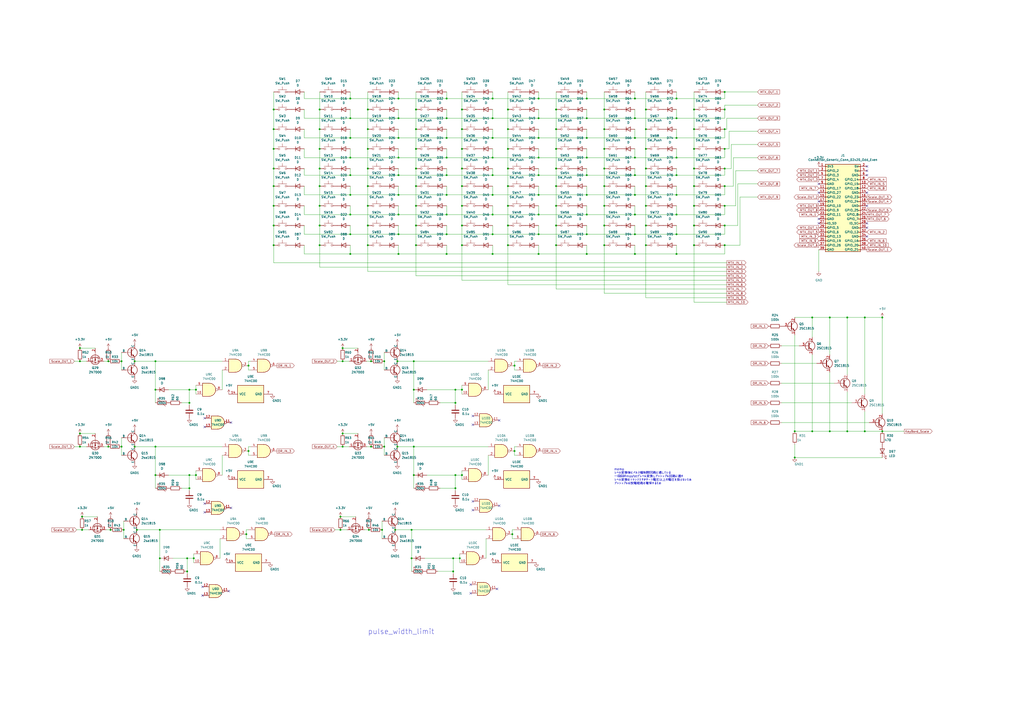
<source format=kicad_sch>
(kicad_sch (version 20230121) (generator eeschema)
  (paper "A2")
  (junction (at 392.43 135.89))
  (junction (at 241.3 130.81))
  (junction (at 241.3 119.38))
  (junction (at 264.16 283.21))
  (junction (at 213.36 119.38))
  (junction (at 267.97 97.79))
  (junction (at 267.97 275.59))
  (junction (at 203.2 124.46))
  (junction (at 185.42 130.81))
  (junction (at 241.3 63.5))
  (junction (at 267.97 74.93))
  (junction (at 142.875 309.88))
  (junction (at 374.65 97.79))
  (junction (at 368.3 135.89))
  (junction (at 231.14 113.03))
  (junction (at 144.145 261.62))
  (junction (at 215.265 209.55))
  (junction (at 240.03 259.08))
  (junction (at 322.58 107.95))
  (junction (at 230.505 209.55))
  (junction (at 62.865 259.08))
  (junction (at 294.64 107.95))
  (junction (at 402.59 107.95))
  (junction (at 259.08 57.15))
  (junction (at 158.75 142.24))
  (junction (at 374.65 130.81))
  (junction (at 238.76 307.34))
  (junction (at 90.17 275.59))
  (junction (at 322.58 74.93))
  (junction (at 298.45 261.62))
  (junction (at 231.14 91.44))
  (junction (at 113.665 275.59))
  (junction (at 420.37 107.95))
  (junction (at 340.36 135.89))
  (junction (at 231.14 80.01))
  (junction (at 491.49 184.15))
  (junction (at 368.3 124.46))
  (junction (at 294.64 142.24))
  (junction (at 231.14 124.46))
  (junction (at 158.75 107.95))
  (junction (at 471.17 250.19))
  (junction (at 259.08 147.32))
  (junction (at 144.145 212.09))
  (junction (at 402.59 97.79))
  (junction (at 259.08 101.6))
  (junction (at 374.65 107.95))
  (junction (at 285.75 101.6))
  (junction (at 392.43 113.03))
  (junction (at 231.14 135.89))
  (junction (at 158.75 130.81))
  (junction (at 350.52 97.79))
  (junction (at 392.43 124.46))
  (junction (at 322.58 86.36))
  (junction (at 203.2 68.58))
  (junction (at 46.355 251.46))
  (junction (at 70.485 209.55))
  (junction (at 213.36 130.81))
  (junction (at 501.65 184.15))
  (junction (at 392.43 147.32))
  (junction (at 340.36 57.15))
  (junction (at 198.755 251.46))
  (junction (at 368.3 80.01))
  (junction (at 230.505 259.08))
  (junction (at 267.97 107.95))
  (junction (at 392.43 80.01))
  (junction (at 368.3 147.32))
  (junction (at 185.42 142.24))
  (junction (at 420.37 130.81))
  (junction (at 267.97 142.24))
  (junction (at 241.3 74.93))
  (junction (at 322.58 119.38))
  (junction (at 350.52 107.95))
  (junction (at 420.37 63.5))
  (junction (at 90.17 226.06))
  (junction (at 240.03 275.59))
  (junction (at 285.75 68.58))
  (junction (at 511.81 184.15))
  (junction (at 340.36 113.03))
  (junction (at 213.36 74.93))
  (junction (at 312.42 68.58))
  (junction (at 368.3 91.44))
  (junction (at 350.52 86.36))
  (junction (at 368.3 113.03))
  (junction (at 221.615 307.34))
  (junction (at 264.16 275.59))
  (junction (at 241.3 86.36))
  (junction (at 392.43 91.44))
  (junction (at 158.75 63.5))
  (junction (at 213.36 107.95))
  (junction (at 231.14 68.58))
  (junction (at 112.395 323.85))
  (junction (at 259.08 68.58))
  (junction (at 402.59 142.24))
  (junction (at 109.855 283.21))
  (junction (at 213.36 86.36))
  (junction (at 78.105 259.08))
  (junction (at 222.885 259.08))
  (junction (at 392.43 57.15))
  (junction (at 350.52 74.93))
  (junction (at 461.01 250.19))
  (junction (at 267.97 63.5))
  (junction (at 392.43 101.6))
  (junction (at 240.03 226.06))
  (junction (at 203.2 91.44))
  (junction (at 368.3 101.6))
  (junction (at 294.64 86.36))
  (junction (at 92.71 323.85))
  (junction (at 402.59 119.38))
  (junction (at 259.08 124.46))
  (junction (at 203.2 147.32))
  (junction (at 240.03 209.55))
  (junction (at 267.97 226.06))
  (junction (at 420.37 53.34))
  (junction (at 294.64 63.5))
  (junction (at 322.58 63.5))
  (junction (at 71.755 307.34))
  (junction (at 340.36 124.46))
  (junction (at 312.42 57.15))
  (junction (at 374.65 86.36))
  (junction (at 264.16 233.68))
  (junction (at 203.2 101.6))
  (junction (at 113.665 226.06))
  (junction (at 350.52 63.5))
  (junction (at 297.18 309.88))
  (junction (at 213.36 97.79))
  (junction (at 374.65 119.38))
  (junction (at 312.42 135.89))
  (junction (at 501.65 250.19))
  (junction (at 231.14 147.32))
  (junction (at 259.08 91.44))
  (junction (at 259.08 135.89))
  (junction (at 203.2 80.01))
  (junction (at 215.265 259.08))
  (junction (at 213.36 63.5))
  (junction (at 420.37 74.93))
  (junction (at 461.01 265.43))
  (junction (at 109.855 233.68))
  (junction (at 109.855 275.59))
  (junction (at 285.75 57.15))
  (junction (at 213.995 307.34))
  (junction (at 294.64 97.79))
  (junction (at 420.37 119.38))
  (junction (at 491.49 250.19))
  (junction (at 374.65 63.5))
  (junction (at 294.64 74.93))
  (junction (at 481.33 184.15))
  (junction (at 70.485 259.08))
  (junction (at 374.65 74.93))
  (junction (at 241.3 142.24))
  (junction (at 158.75 86.36))
  (junction (at 158.75 74.93))
  (junction (at 198.755 201.93))
  (junction (at 511.81 250.19))
  (junction (at 267.97 119.38))
  (junction (at 264.16 226.06))
  (junction (at 197.485 299.72))
  (junction (at 158.75 119.38))
  (junction (at 420.37 86.36))
  (junction (at 420.37 97.79))
  (junction (at 231.14 57.15))
  (junction (at 420.37 142.24))
  (junction (at 46.355 259.08))
  (junction (at 285.75 135.89))
  (junction (at 262.89 323.85))
  (junction (at 259.08 80.01))
  (junction (at 46.355 209.55))
  (junction (at 392.43 68.58))
  (junction (at 262.89 331.47))
  (junction (at 402.59 74.93))
  (junction (at 340.36 91.44))
  (junction (at 374.65 142.24))
  (junction (at 312.42 91.44))
  (junction (at 259.08 113.03))
  (junction (at 203.2 57.15))
  (junction (at 322.58 97.79))
  (junction (at 108.585 323.85))
  (junction (at 185.42 119.38))
  (junction (at 47.625 299.72))
  (junction (at 238.76 323.85))
  (junction (at 198.755 259.08))
  (junction (at 90.17 259.08))
  (junction (at 312.42 147.32))
  (junction (at 350.52 130.81))
  (junction (at 350.52 119.38))
  (junction (at 471.17 184.15))
  (junction (at 340.36 68.58))
  (junction (at 78.105 209.55))
  (junction (at 213.36 142.24))
  (junction (at 312.42 124.46))
  (junction (at 241.3 97.79))
  (junction (at 47.625 307.34))
  (junction (at 285.75 91.44))
  (junction (at 185.42 63.5))
  (junction (at 79.375 307.34))
  (junction (at 312.42 80.01))
  (junction (at 340.36 147.32))
  (junction (at 185.42 107.95))
  (junction (at 368.3 57.15))
  (junction (at 158.75 97.79))
  (junction (at 197.485 307.34))
  (junction (at 203.2 135.89))
  (junction (at 109.855 226.06))
  (junction (at 185.42 97.79))
  (junction (at 231.14 101.6))
  (junction (at 185.42 86.36))
  (junction (at 185.42 74.93))
  (junction (at 222.885 209.55))
  (junction (at 266.7 323.85))
  (junction (at 241.3 107.95))
  (junction (at 294.64 130.81))
  (junction (at 229.235 307.34))
  (junction (at 312.42 113.03))
  (junction (at 294.64 119.38))
  (junction (at 198.755 209.55))
  (junction (at 402.59 86.36))
  (junction (at 402.59 130.81))
  (junction (at 108.585 331.47))
  (junction (at 46.355 201.93))
  (junction (at 368.3 68.58))
  (junction (at 298.45 212.09))
  (junction (at 340.36 101.6))
  (junction (at 312.42 101.6))
  (junction (at 340.36 80.01))
  (junction (at 285.75 80.01))
  (junction (at 203.2 113.03))
  (junction (at 92.71 307.34))
  (junction (at 481.33 250.19))
  (junction (at 64.135 307.34))
  (junction (at 350.52 142.24))
  (junction (at 285.75 124.46))
  (junction (at 62.865 209.55))
  (junction (at 267.97 86.36))
  (junction (at 402.59 63.5))
  (junction (at 285.75 113.03))
  (junction (at 90.17 209.55))
  (junction (at 285.75 147.32))
  (junction (at 267.97 130.81))
  (junction (at 322.58 130.81))
  (junction (at 322.58 142.24))
  (no_connect (at 133.985 245.11))
  (no_connect (at 474.98 129.54))
  (no_connect (at 274.32 295.91))
  (no_connect (at 274.32 290.83))
  (no_connect (at 274.32 246.38))
  (no_connect (at 474.98 106.68))
  (no_connect (at 133.985 294.64))
  (no_connect (at 474.98 127))
  (no_connect (at 273.05 344.17))
  (no_connect (at 502.92 132.08))
  (no_connect (at 474.98 116.84))
  (no_connect (at 289.56 243.84))
  (no_connect (at 502.92 111.76))
  (no_connect (at 118.745 297.18))
  (no_connect (at 502.92 137.16))
  (no_connect (at 502.92 96.52))
  (no_connect (at 502.92 101.6))
  (no_connect (at 118.745 247.65))
  (no_connect (at 274.32 241.3))
  (no_connect (at 502.92 119.38))
  (no_connect (at 118.745 242.57))
  (no_connect (at 132.715 342.9))
  (no_connect (at 273.05 339.09))
  (no_connect (at 502.92 99.06))
  (no_connect (at 502.92 129.54))
  (no_connect (at 117.475 340.36))
  (no_connect (at 474.98 111.76))
  (no_connect (at 117.475 345.44))
  (no_connect (at 288.29 341.63))
  (no_connect (at 289.56 293.37))
  (no_connect (at 118.745 292.1))
  (wire (pts (xy 420.37 135.89) (xy 420.37 130.81)))
  (wire (pts (xy 230.505 259.08) (xy 230.505 260.35)))
  (wire (pts (xy 231.14 124.46) (xy 203.2 124.46)))
  (wire (pts (xy 368.3 113.03) (xy 392.43 113.03)))
  (wire (pts (xy 158.75 152.4) (xy 421.64 152.4)))
  (wire (pts (xy 144.145 259.08) (xy 144.145 261.62)))
  (wire (pts (xy 185.42 107.95) (xy 185.42 119.38)))
  (wire (pts (xy 267.97 162.56) (xy 421.64 162.56)))
  (wire (pts (xy 439.42 91.44) (xy 425.45 91.44)))
  (wire (pts (xy 230.505 209.55) (xy 230.505 210.82)))
  (wire (pts (xy 453.39 222.25) (xy 483.87 222.25)))
  (wire (pts (xy 70.485 259.08) (xy 70.485 264.16)))
  (wire (pts (xy 420.37 60.96) (xy 420.37 63.5)))
  (wire (pts (xy 420.37 74.93) (xy 420.37 80.01)))
  (wire (pts (xy 203.2 147.32) (xy 176.53 147.32)))
  (wire (pts (xy 109.855 283.21) (xy 109.855 284.48)))
  (wire (pts (xy 402.59 130.81) (xy 402.59 142.24)))
  (wire (pts (xy 240.03 226.06) (xy 240.03 233.68)))
  (wire (pts (xy 266.7 323.85) (xy 266.7 326.39)))
  (wire (pts (xy 267.97 273.05) (xy 267.97 275.59)))
  (wire (pts (xy 231.14 142.24) (xy 231.14 147.32)))
  (wire (pts (xy 285.75 119.38) (xy 285.75 124.46)))
  (wire (pts (xy 212.725 259.08) (xy 215.265 259.08)))
  (wire (pts (xy 285.75 107.95) (xy 285.75 113.03)))
  (wire (pts (xy 158.75 63.5) (xy 158.75 74.93)))
  (wire (pts (xy 213.36 119.38) (xy 213.36 130.81)))
  (wire (pts (xy 158.75 119.38) (xy 158.75 130.81)))
  (wire (pts (xy 176.53 86.36) (xy 176.53 91.44)))
  (wire (pts (xy 231.14 53.34) (xy 231.14 57.15)))
  (wire (pts (xy 368.3 142.24) (xy 368.3 147.32)))
  (wire (pts (xy 285.75 113.03) (xy 312.42 113.03)))
  (wire (pts (xy 439.42 68.58) (xy 421.64 68.58)))
  (wire (pts (xy 312.42 113.03) (xy 340.36 113.03)))
  (wire (pts (xy 185.42 86.36) (xy 185.42 97.79)))
  (wire (pts (xy 350.52 74.93) (xy 350.52 86.36)))
  (wire (pts (xy 294.64 165.1) (xy 421.64 165.1)))
  (wire (pts (xy 213.36 142.24) (xy 213.36 157.48)))
  (wire (pts (xy 108.585 323.85) (xy 112.395 323.85)))
  (wire (pts (xy 392.43 97.79) (xy 392.43 101.6)))
  (wire (pts (xy 109.855 233.68) (xy 109.855 234.95)))
  (wire (pts (xy 340.36 124.46) (xy 312.42 124.46)))
  (wire (pts (xy 453.39 233.68) (xy 494.03 233.68)))
  (wire (pts (xy 350.52 107.95) (xy 350.52 119.38)))
  (wire (pts (xy 402.59 175.26) (xy 421.64 175.26)))
  (wire (pts (xy 71.755 302.26) (xy 71.755 307.34)))
  (wire (pts (xy 491.49 227.33) (xy 491.49 250.19)))
  (wire (pts (xy 90.17 259.08) (xy 90.17 275.59)))
  (wire (pts (xy 264.16 226.06) (xy 264.16 233.68)))
  (wire (pts (xy 368.3 107.95) (xy 368.3 113.03)))
  (wire (pts (xy 340.36 91.44) (xy 368.3 91.44)))
  (wire (pts (xy 158.75 74.93) (xy 158.75 86.36)))
  (wire (pts (xy 197.485 307.34) (xy 201.295 307.34)))
  (wire (pts (xy 422.91 86.36) (xy 420.37 86.36)))
  (wire (pts (xy 231.14 91.44) (xy 259.08 91.44)))
  (wire (pts (xy 213.36 74.93) (xy 213.36 86.36)))
  (wire (pts (xy 203.2 68.58) (xy 231.14 68.58)))
  (wire (pts (xy 267.97 223.52) (xy 267.97 226.06)))
  (wire (pts (xy 109.855 275.59) (xy 109.855 283.21)))
  (wire (pts (xy 481.33 215.9) (xy 481.33 250.19)))
  (wire (pts (xy 203.2 53.34) (xy 203.2 57.15)))
  (wire (pts (xy 70.485 254) (xy 70.485 259.08)))
  (wire (pts (xy 374.65 86.36) (xy 374.65 97.79)))
  (wire (pts (xy 471.17 184.15) (xy 471.17 195.58)))
  (wire (pts (xy 392.43 63.5) (xy 392.43 68.58)))
  (wire (pts (xy 108.585 331.47) (xy 108.585 332.74)))
  (wire (pts (xy 322.58 119.38) (xy 322.58 130.81)))
  (wire (pts (xy 312.42 130.81) (xy 312.42 135.89)))
  (wire (pts (xy 392.43 53.34) (xy 392.43 57.15)))
  (wire (pts (xy 312.42 97.79) (xy 312.42 101.6)))
  (wire (pts (xy 312.42 53.34) (xy 312.42 57.15)))
  (wire (pts (xy 267.97 74.93) (xy 267.97 86.36)))
  (wire (pts (xy 322.58 130.81) (xy 322.58 142.24)))
  (wire (pts (xy 222.885 204.47) (xy 222.885 209.55)))
  (wire (pts (xy 312.42 57.15) (xy 340.36 57.15)))
  (wire (pts (xy 297.18 307.34) (xy 297.18 309.88)))
  (wire (pts (xy 283.21 264.16) (xy 283.21 275.59)))
  (wire (pts (xy 368.3 119.38) (xy 368.3 124.46)))
  (wire (pts (xy 203.2 80.01) (xy 231.14 80.01)))
  (wire (pts (xy 185.42 74.93) (xy 185.42 86.36)))
  (wire (pts (xy 402.59 142.24) (xy 402.59 175.26)))
  (wire (pts (xy 107.95 331.47) (xy 108.585 331.47)))
  (wire (pts (xy 43.18 209.55) (xy 46.355 209.55)))
  (wire (pts (xy 471.17 250.19) (xy 461.01 250.19)))
  (wire (pts (xy 350.52 63.5) (xy 350.52 74.93)))
  (wire (pts (xy 402.59 74.93) (xy 402.59 86.36)))
  (wire (pts (xy 294.64 142.24) (xy 294.64 165.1)))
  (wire (pts (xy 392.43 86.36) (xy 392.43 91.44)))
  (wire (pts (xy 481.33 250.19) (xy 471.17 250.19)))
  (wire (pts (xy 259.08 57.15) (xy 285.75 57.15)))
  (wire (pts (xy 392.43 91.44) (xy 420.37 91.44)))
  (wire (pts (xy 240.03 275.59) (xy 240.03 283.21)))
  (wire (pts (xy 453.39 245.11) (xy 504.19 245.11)))
  (wire (pts (xy 294.64 107.95) (xy 294.64 119.38)))
  (wire (pts (xy 46.355 209.55) (xy 50.165 209.55)))
  (wire (pts (xy 420.37 113.03) (xy 420.37 107.95)))
  (wire (pts (xy 439.42 99.06) (xy 426.72 99.06)))
  (wire (pts (xy 198.755 209.55) (xy 202.565 209.55)))
  (wire (pts (xy 402.59 107.95) (xy 402.59 119.38)))
  (wire (pts (xy 145.415 214.63) (xy 144.145 214.63)))
  (wire (pts (xy 158.75 97.79) (xy 158.75 107.95)))
  (wire (pts (xy 312.42 86.36) (xy 312.42 91.44)))
  (wire (pts (xy 197.485 299.72) (xy 206.375 299.72)))
  (wire (pts (xy 176.53 91.44) (xy 203.2 91.44)))
  (wire (pts (xy 267.97 97.79) (xy 267.97 107.95)))
  (wire (pts (xy 340.36 135.89) (xy 368.3 135.89)))
  (wire (pts (xy 211.455 307.34) (xy 213.995 307.34)))
  (wire (pts (xy 374.65 74.93) (xy 374.65 86.36)))
  (wire (pts (xy 501.65 184.15) (xy 501.65 228.6)))
  (wire (pts (xy 158.75 107.95) (xy 158.75 119.38)))
  (wire (pts (xy 368.3 86.36) (xy 368.3 91.44)))
  (wire (pts (xy 285.75 124.46) (xy 259.08 124.46)))
  (wire (pts (xy 47.625 299.72) (xy 56.515 299.72)))
  (wire (pts (xy 374.65 119.38) (xy 374.65 130.81)))
  (wire (pts (xy 264.16 275.59) (xy 267.97 275.59)))
  (wire (pts (xy 267.97 53.34) (xy 267.97 63.5)))
  (wire (pts (xy 285.75 53.34) (xy 285.75 57.15)))
  (wire (pts (xy 294.64 130.81) (xy 294.64 142.24)))
  (wire (pts (xy 374.65 130.81) (xy 374.65 142.24)))
  (wire (pts (xy 453.39 210.82) (xy 473.71 210.82)))
  (wire (pts (xy 420.37 68.58) (xy 420.37 63.5)))
  (wire (pts (xy 145.415 264.16) (xy 144.145 264.16)))
  (wire (pts (xy 259.08 147.32) (xy 231.14 147.32)))
  (wire (pts (xy 79.375 307.34) (xy 92.71 307.34)))
  (wire (pts (xy 312.42 147.32) (xy 285.75 147.32)))
  (wire (pts (xy 185.42 130.81) (xy 185.42 142.24)))
  (wire (pts (xy 90.17 226.06) (xy 90.17 233.68)))
  (wire (pts (xy 294.64 97.79) (xy 294.64 107.95)))
  (wire (pts (xy 340.36 80.01) (xy 312.42 80.01)))
  (wire (pts (xy 299.72 264.16) (xy 298.45 264.16)))
  (wire (pts (xy 501.65 184.15) (xy 511.81 184.15)))
  (wire (pts (xy 461.01 250.19) (xy 461.01 194.31)))
  (wire (pts (xy 340.36 86.36) (xy 340.36 91.44)))
  (wire (pts (xy 241.3 142.24) (xy 241.3 160.02)))
  (wire (pts (xy 420.37 57.15) (xy 420.37 53.34)))
  (wire (pts (xy 259.08 119.38) (xy 259.08 124.46)))
  (wire (pts (xy 312.42 74.93) (xy 312.42 80.01)))
  (wire (pts (xy 185.42 63.5) (xy 185.42 74.93)))
  (wire (pts (xy 176.53 130.81) (xy 176.53 135.89)))
  (wire (pts (xy 298.45 209.55) (xy 298.45 212.09)))
  (wire (pts (xy 254 331.47) (xy 262.89 331.47)))
  (wire (pts (xy 241.3 86.36) (xy 241.3 97.79)))
  (wire (pts (xy 264.16 275.59) (xy 264.16 283.21)))
  (wire (pts (xy 392.43 107.95) (xy 392.43 113.03)))
  (wire (pts (xy 481.33 184.15) (xy 481.33 205.74)))
  (wire (pts (xy 350.52 119.38) (xy 350.52 130.81)))
  (wire (pts (xy 195.58 259.08) (xy 198.755 259.08)))
  (wire (pts (xy 78.105 259.08) (xy 78.105 260.35)))
  (wire (pts (xy 255.27 233.68) (xy 264.16 233.68)))
  (wire (pts (xy 113.665 223.52) (xy 113.665 226.06)))
  (wire (pts (xy 247.65 275.59) (xy 264.16 275.59)))
  (wire (pts (xy 267.97 275.59) (xy 267.97 278.13)))
  (wire (pts (xy 185.42 53.34) (xy 185.42 63.5)))
  (wire (pts (xy 368.3 63.5) (xy 368.3 68.58)))
  (wire (pts (xy 264.16 226.06) (xy 267.97 226.06)))
  (wire (pts (xy 350.52 130.81) (xy 350.52 142.24)))
  (wire (pts (xy 312.42 119.38) (xy 312.42 124.46)))
  (wire (pts (xy 144.145 307.34) (xy 142.875 307.34)))
  (wire (pts (xy 350.52 53.34) (xy 350.52 63.5)))
  (wire (pts (xy 259.08 130.81) (xy 259.08 135.89)))
  (wire (pts (xy 46.355 251.46) (xy 55.245 251.46)))
  (wire (pts (xy 299.72 214.63) (xy 298.45 214.63)))
  (wire (pts (xy 402.59 97.79) (xy 402.59 107.95)))
  (wire (pts (xy 368.3 97.79) (xy 368.3 101.6)))
  (wire (pts (xy 203.2 142.24) (xy 203.2 147.32)))
  (wire (pts (xy 128.905 214.63) (xy 128.905 226.06)))
  (wire (pts (xy 491.49 250.19) (xy 481.33 250.19)))
  (wire (pts (xy 259.08 74.93) (xy 259.08 80.01)))
  (wire (pts (xy 203.2 97.79) (xy 203.2 101.6)))
  (wire (pts (xy 46.355 201.93) (xy 55.245 201.93)))
  (wire (pts (xy 92.71 307.34) (xy 92.71 323.85)))
  (wire (pts (xy 231.14 130.81) (xy 231.14 135.89)))
  (wire (pts (xy 108.585 323.85) (xy 108.585 331.47)))
  (wire (pts (xy 259.08 63.5) (xy 259.08 68.58)))
  (wire (pts (xy 203.2 57.15) (xy 231.14 57.15)))
  (wire (pts (xy 203.2 130.81) (xy 203.2 135.89)))
  (wire (pts (xy 392.43 124.46) (xy 368.3 124.46)))
  (wire (pts (xy 203.2 107.95) (xy 203.2 113.03)))
  (wire (pts (xy 368.3 57.15) (xy 392.43 57.15)))
  (wire (pts (xy 70.485 209.55) (xy 70.485 214.63)))
  (wire (pts (xy 429.26 142.24) (xy 420.37 142.24)))
  (wire (pts (xy 312.42 68.58) (xy 340.36 68.58)))
  (wire (pts (xy 294.64 74.93) (xy 294.64 86.36)))
  (wire (pts (xy 374.65 53.34) (xy 374.65 63.5)))
  (wire (pts (xy 312.42 80.01) (xy 285.75 80.01)))
  (wire (pts (xy 97.79 226.06) (xy 109.855 226.06)))
  (wire (pts (xy 231.14 68.58) (xy 259.08 68.58)))
  (wire (pts (xy 61.595 307.34) (xy 64.135 307.34)))
  (wire (pts (xy 78.105 209.55) (xy 78.105 210.82)))
  (wire (pts (xy 471.17 205.74) (xy 471.17 250.19)))
  (wire (pts (xy 392.43 57.15) (xy 420.37 57.15)))
  (wire (pts (xy 299.72 209.55) (xy 298.45 209.55)))
  (wire (pts (xy 241.3 119.38) (xy 241.3 130.81)))
  (wire (pts (xy 259.08 101.6) (xy 231.14 101.6)))
  (wire (pts (xy 231.14 135.89) (xy 259.08 135.89)))
  (wire (pts (xy 267.97 130.81) (xy 267.97 142.24)))
  (wire (pts (xy 285.75 147.32) (xy 259.08 147.32)))
  (wire (pts (xy 402.59 53.34) (xy 402.59 63.5)))
  (wire (pts (xy 203.2 113.03) (xy 231.14 113.03)))
  (wire (pts (xy 297.18 312.42) (xy 297.18 309.88)))
  (wire (pts (xy 113.665 273.05) (xy 113.665 275.59)))
  (wire (pts (xy 285.75 91.44) (xy 312.42 91.44)))
  (wire (pts (xy 238.76 323.85) (xy 238.76 331.47)))
  (wire (pts (xy 92.71 307.34) (xy 127.635 307.34)))
  (wire (pts (xy 203.2 74.93) (xy 203.2 80.01)))
  (wire (pts (xy 231.14 63.5) (xy 231.14 68.58)))
  (wire (pts (xy 312.42 91.44) (xy 340.36 91.44)))
  (wire (pts (xy 340.36 142.24) (xy 340.36 147.32)))
  (wire (pts (xy 285.75 142.24) (xy 285.75 147.32)))
  (wire (pts (xy 142.875 307.34) (xy 142.875 309.88)))
  (wire (pts (xy 264.16 233.68) (xy 264.16 234.95)))
  (wire (pts (xy 392.43 130.81) (xy 392.43 135.89)))
  (wire (pts (xy 47.625 307.34) (xy 51.435 307.34)))
  (wire (pts (xy 262.89 323.85) (xy 266.7 323.85)))
  (wire (pts (xy 112.395 321.31) (xy 112.395 323.85)))
  (wire (pts (xy 100.33 323.85) (xy 108.585 323.85)))
  (wire (pts (xy 241.3 63.5) (xy 241.3 74.93)))
  (wire (pts (xy 424.18 97.79) (xy 420.37 97.79)))
  (wire (pts (xy 340.36 97.79) (xy 340.36 101.6)))
  (wire (pts (xy 474.98 157.48) (xy 474.98 144.78)))
  (wire (pts (xy 491.49 184.15) (xy 491.49 217.17)))
  (wire (pts (xy 144.145 312.42) (xy 142.875 312.42)))
  (wire (pts (xy 185.42 119.38) (xy 185.42 130.81)))
  (wire (pts (xy 368.3 91.44) (xy 392.43 91.44)))
  (wire (pts (xy 231.14 57.15) (xy 259.08 57.15)))
  (wire (pts (xy 453.39 200.66) (xy 463.55 200.66)))
  (wire (pts (xy 439.42 106.68) (xy 427.99 106.68)))
  (wire (pts (xy 294.64 53.34) (xy 294.64 63.5)))
  (wire (pts (xy 312.42 142.24) (xy 312.42 147.32)))
  (wire (pts (xy 231.14 80.01) (xy 259.08 80.01)))
  (wire (pts (xy 402.59 86.36) (xy 402.59 97.79)))
  (wire (pts (xy 340.36 57.15) (xy 368.3 57.15)))
  (wire (pts (xy 340.36 107.95) (xy 340.36 113.03)))
  (wire (pts (xy 259.08 107.95) (xy 259.08 113.03)))
  (wire (pts (xy 267.97 63.5) (xy 267.97 74.93)))
  (wire (pts (xy 368.3 135.89) (xy 392.43 135.89)))
  (wire (pts (xy 144.145 264.16) (xy 144.145 261.62)))
  (wire (pts (xy 231.14 74.93) (xy 231.14 80.01)))
  (wire (pts (xy 266.7 321.31) (xy 266.7 323.85)))
  (wire (pts (xy 127.635 312.42) (xy 127.635 323.85)))
  (wire (pts (xy 340.36 147.32) (xy 312.42 147.32)))
  (wire (pts (xy 322.58 97.79) (xy 322.58 107.95)))
  (wire (pts (xy 90.17 209.55) (xy 90.17 226.06)))
  (wire (pts (xy 229.235 307.34) (xy 238.76 307.34)))
  (wire (pts (xy 501.65 238.76) (xy 501.65 250.19)))
  (wire (pts (xy 281.94 312.42) (xy 281.94 323.85)))
  (wire (pts (xy 374.65 172.72) (xy 421.64 172.72)))
  (wire (pts (xy 298.45 307.34) (xy 297.18 307.34)))
  (wire (pts (xy 267.97 107.95) (xy 267.97 119.38)))
  (wire (pts (xy 285.75 80.01) (xy 259.08 80.01)))
  (wire (pts (xy 43.18 259.08) (xy 46.355 259.08)))
  (wire (pts (xy 231.14 97.79) (xy 231.14 101.6)))
  (wire (pts (xy 420.37 142.24) (xy 420.37 147.32)))
  (wire (pts (xy 259.08 124.46) (xy 231.14 124.46)))
  (wire (pts (xy 231.14 86.36) (xy 231.14 91.44)))
  (wire (pts (xy 70.485 204.47) (xy 70.485 209.55)))
  (wire (pts (xy 222.885 209.55) (xy 222.885 214.63)))
  (wire (pts (xy 374.65 107.95) (xy 374.65 119.38)))
  (wire (pts (xy 429.26 114.3) (xy 429.26 142.24)))
  (wire (pts (xy 312.42 124.46) (xy 285.75 124.46)))
  (wire (pts (xy 285.75 57.15) (xy 312.42 57.15)))
  (wire (pts (xy 198.755 251.46) (xy 207.645 251.46)))
  (wire (pts (xy 298.45 259.08) (xy 298.45 261.62)))
  (wire (pts (xy 299.72 259.08) (xy 298.45 259.08)))
  (wire (pts (xy 267.97 86.36) (xy 267.97 97.79)))
  (wire (pts (xy 176.53 135.89) (xy 203.2 135.89)))
  (wire (pts (xy 259.08 97.79) (xy 259.08 101.6)))
  (wire (pts (xy 176.53 101.6) (xy 176.53 97.79)))
  (wire (pts (xy 264.16 283.21) (xy 264.16 284.48)))
  (wire (pts (xy 113.665 226.06) (xy 113.665 228.6)))
  (wire (pts (xy 176.53 80.01) (xy 176.53 74.93)))
  (wire (pts (xy 105.41 233.68) (xy 109.855 233.68)))
  (wire (pts (xy 221.615 302.26) (xy 221.615 307.34)))
  (wire (pts (xy 439.42 114.3) (xy 429.26 114.3)))
  (wire (pts (xy 420.37 147.32) (xy 392.43 147.32)))
  (wire (pts (xy 198.755 201.93) (xy 207.645 201.93)))
  (wire (pts (xy 176.53 68.58) (xy 203.2 68.58)))
  (wire (pts (xy 368.3 124.46) (xy 340.36 124.46)))
  (wire (pts (xy 97.79 275.59) (xy 109.855 275.59)))
  (wire (pts (xy 420.37 53.34) (xy 439.42 53.34)))
  (wire (pts (xy 392.43 142.24) (xy 392.43 147.32)))
  (wire (pts (xy 312.42 63.5) (xy 312.42 68.58)))
  (wire (pts (xy 283.21 214.63) (xy 283.21 226.06)))
  (wire (pts (xy 176.53 57.15) (xy 203.2 57.15)))
  (wire (pts (xy 501.65 250.19) (xy 491.49 250.19)))
  (wire (pts (xy 298.45 312.42) (xy 297.18 312.42)))
  (wire (pts (xy 368.3 80.01) (xy 340.36 80.01)))
  (wire (pts (xy 285.75 68.58) (xy 312.42 68.58)))
  (wire (pts (xy 231.14 107.95) (xy 231.14 113.03)))
  (wire (pts (xy 426.72 99.06) (xy 426.72 119.38)))
  (wire (pts (xy 128.905 264.16) (xy 128.905 275.59)))
  (wire (pts (xy 340.36 74.93) (xy 340.36 80.01)))
  (wire (pts (xy 368.3 147.32) (xy 340.36 147.32)))
  (wire (pts (xy 203.2 91.44) (xy 231.14 91.44)))
  (wire (pts (xy 230.505 259.08) (xy 240.03 259.08)))
  (wire (pts (xy 420.37 124.46) (xy 392.43 124.46)))
  (wire (pts (xy 109.855 275.59) (xy 113.665 275.59)))
  (wire (pts (xy 241.3 53.34) (xy 241.3 63.5)))
  (wire (pts (xy 176.53 124.46) (xy 176.53 119.38)))
  (wire (pts (xy 176.53 53.34) (xy 176.53 57.15)))
  (wire (pts (xy 402.59 63.5) (xy 402.59 74.93)))
  (wire (pts (xy 246.38 323.85) (xy 262.89 323.85)))
  (wire (pts (xy 78.105 259.08) (xy 90.17 259.08)))
  (wire (pts (xy 241.3 97.79) (xy 241.3 107.95)))
  (wire (pts (xy 109.855 226.06) (xy 109.855 233.68)))
  (wire (pts (xy 203.2 119.38) (xy 203.2 124.46)))
  (wire (pts (xy 144.145 209.55) (xy 144.145 212.09)))
  (wire (pts (xy 312.42 135.89) (xy 340.36 135.89)))
  (wire (pts (xy 425.45 91.44) (xy 425.45 107.95)))
  (wire (pts (xy 402.59 119.38) (xy 402.59 130.81)))
  (wire (pts (xy 176.53 63.5) (xy 176.53 68.58)))
  (wire (pts (xy 203.2 63.5) (xy 203.2 68.58)))
  (wire (pts (xy 368.3 68.58) (xy 392.43 68.58)))
  (wire (pts (xy 340.36 113.03) (xy 368.3 113.03)))
  (wire (pts (xy 176.53 80.01) (xy 203.2 80.01)))
  (wire (pts (xy 112.395 323.85) (xy 112.395 326.39)))
  (wire (pts (xy 213.36 63.5) (xy 213.36 74.93)))
  (wire (pts (xy 267.97 226.06) (xy 267.97 228.6)))
  (wire (pts (xy 46.355 259.08) (xy 50.165 259.08)))
  (wire (pts (xy 267.97 142.24) (xy 267.97 162.56)))
  (wire (pts (xy 203.2 86.36) (xy 203.2 91.44)))
  (wire (pts (xy 322.58 167.64) (xy 421.64 167.64)))
  (wire (pts (xy 427.99 106.68) (xy 427.99 130.81)))
  (wire (pts (xy 491.49 184.15) (xy 501.65 184.15)))
  (wire (pts (xy 240.03 259.08) (xy 240.03 275.59)))
  (wire (pts (xy 340.36 119.38) (xy 340.36 124.46)))
  (wire (pts (xy 285.75 101.6) (xy 259.08 101.6)))
  (wire (pts (xy 368.3 101.6) (xy 340.36 101.6)))
  (wire (pts (xy 222.885 259.08) (xy 222.885 264.16)))
  (wire (pts (xy 439.42 60.96) (xy 420.37 60.96)))
  (wire (pts (xy 144.145 214.63) (xy 144.145 212.09)))
  (wire (pts (xy 350.52 97.79) (xy 350.52 107.95)))
  (wire (pts (xy 213.36 53.34) (xy 213.36 63.5)))
  (wire (pts (xy 198.755 259.08) (xy 202.565 259.08)))
  (wire (pts (xy 176.53 147.32) (xy 176.53 142.24)))
  (wire (pts (xy 185.42 142.24) (xy 185.42 154.94)))
  (wire (pts (xy 420.37 101.6) (xy 392.43 101.6)))
  (wire (pts (xy 420.37 119.38) (xy 420.37 124.46)))
  (wire (pts (xy 439.42 76.2) (xy 422.91 76.2)))
  (wire (pts (xy 262.89 331.47) (xy 262.89 332.74)))
  (wire (pts (xy 461.01 265.43) (xy 461.01 257.81)))
  (wire (pts (xy 241.3 130.81) (xy 241.3 142.24)))
  (wire (pts (xy 461.01 265.43) (xy 511.81 265.43)))
  (wire (pts (xy 90.17 275.59) (xy 90.17 283.21)))
  (wire (pts (xy 113.665 275.59) (xy 113.665 278.13)))
  (wire (pts (xy 422.91 76.2) (xy 422.91 86.36)))
  (wire (pts (xy 90.17 259.08) (xy 128.905 259.08)))
  (wire (pts (xy 511.81 250.19) (xy 501.65 250.19)))
  (wire (pts (xy 185.42 154.94) (xy 421.64 154.94)))
  (wire (pts (xy 312.42 101.6) (xy 285.75 101.6)))
  (wire (pts (xy 340.36 63.5) (xy 340.36 68.58)))
  (wire (pts (xy 213.36 130.81) (xy 213.36 142.24)))
  (wire (pts (xy 285.75 63.5) (xy 285.75 68.58)))
  (wire (pts (xy 231.14 147.32) (xy 203.2 147.32)))
  (wire (pts (xy 294.64 119.38) (xy 294.64 130.81)))
  (wire (pts (xy 238.76 307.34) (xy 281.94 307.34)))
  (wire (pts (xy 439.42 83.82) (xy 424.18 83.82)))
  (wire (pts (xy 420.37 97.79) (xy 420.37 101.6)))
  (wire (pts (xy 322.58 86.36) (xy 322.58 97.79)))
  (wire (pts (xy 368.3 53.34) (xy 368.3 57.15)))
  (wire (pts (xy 322.58 53.34) (xy 322.58 63.5)))
  (wire (pts (xy 392.43 119.38) (xy 392.43 124.46)))
  (wire (pts (xy 158.75 142.24) (xy 158.75 152.4)))
  (wire (pts (xy 511.81 184.15) (xy 511.81 240.03)))
  (wire (pts (xy 60.325 209.55) (xy 62.865 209.55)))
  (wire (pts (xy 92.71 323.85) (xy 92.71 331.47)))
  (wire (pts (xy 285.75 86.36) (xy 285.75 91.44)))
  (wire (pts (xy 350.52 142.24) (xy 350.52 170.18)))
  (wire (pts (xy 185.42 97.79) (xy 185.42 107.95)))
  (wire (pts (xy 340.36 68.58) (xy 368.3 68.58)))
  (wire (pts (xy 203.2 124.46) (xy 176.53 124.46)))
  (wire (pts (xy 142.875 312.42) (xy 142.875 309.88)))
  (wire (pts (xy 259.08 91.44) (xy 285.75 91.44)))
  (wire (pts (xy 426.72 119.38) (xy 420.37 119.38)))
  (wire (pts (xy 392.43 74.93) (xy 392.43 80.01)))
  (wire (pts (xy 259.08 53.34) (xy 259.08 57.15)))
  (wire (pts (xy 294.64 63.5) (xy 294.64 74.93)))
  (wire (pts (xy 322.58 74.93) (xy 322.58 86.36)))
  (wire (pts (xy 322.58 142.24) (xy 322.58 167.64)))
  (wire (pts (xy 285.75 130.81) (xy 285.75 135.89)))
  (wire (pts (xy 213.36 97.79) (xy 213.36 107.95)))
  (wire (pts (xy 247.65 226.06) (xy 264.16 226.06)))
  (wire (pts (xy 340.36 101.6) (xy 312.42 101.6)))
  (wire (pts (xy 213.36 157.48) (xy 421.64 157.48)))
  (wire (pts (xy 322.58 63.5) (xy 322.58 74.93)))
  (wire (pts (xy 231.14 101.6) (xy 203.2 101.6)))
  (wire (pts (xy 392.43 80.01) (xy 368.3 80.01)))
  (wire (pts (xy 511.81 250.19) (xy 524.51 250.19)))
  (wire (pts (xy 285.75 97.79) (xy 285.75 101.6)))
  (wire (pts (xy 259.08 86.36) (xy 259.08 91.44)))
  (wire (pts (xy 176.53 113.03) (xy 203.2 113.03)))
  (wire (pts (xy 374.65 142.24) (xy 374.65 172.72)))
  (wire (pts (xy 262.89 323.85) (xy 262.89 331.47)))
  (wire (pts (xy 322.58 107.95) (xy 322.58 119.38)))
  (wire (pts (xy 44.45 307.34) (xy 47.625 307.34)))
  (wire (pts (xy 238.76 307.34) (xy 238.76 323.85)))
  (wire (pts (xy 392.43 135.89) (xy 420.37 135.89)))
  (wire (pts (xy 259.08 135.89) (xy 285.75 135.89)))
  (wire (pts (xy 255.27 283.21) (xy 264.16 283.21)))
  (wire (pts (xy 231.14 119.38) (xy 231.14 124.46)))
  (wire (pts (xy 294.64 86.36) (xy 294.64 97.79)))
  (wire (pts (xy 424.18 83.82) (xy 424.18 97.79)))
  (wire (pts (xy 312.42 107.95) (xy 312.42 113.03)))
  (wire (pts (xy 421.64 74.93) (xy 420.37 74.93)))
  (wire (pts (xy 285.75 74.93) (xy 285.75 80.01)))
  (wire (pts (xy 71.755 307.34) (xy 71.755 312.42)))
  (wire (pts (xy 229.235 307.34) (xy 229.235 308.61)))
  (wire (pts (xy 240.03 259.08) (xy 283.21 259.08)))
  (wire (pts (xy 298.45 214.63) (xy 298.45 212.09)))
  (wire (pts (xy 176.53 107.95) (xy 176.53 113.03)))
  (wire (pts (xy 259.08 142.24) (xy 259.08 147.32)))
  (wire (pts (xy 241.3 107.95) (xy 241.3 119.38)))
  (wire (pts (xy 90.17 209.55) (xy 128.905 209.55)))
  (wire (pts (xy 427.99 130.81) (xy 420.37 130.81)))
  (wire (pts (xy 158.75 130.81) (xy 158.75 142.24)))
  (wire (pts (xy 195.58 209.55) (xy 198.755 209.55)))
  (wire (pts (xy 340.36 53.34) (xy 340.36 57.15)))
  (wire (pts (xy 350.52 86.36) (xy 350.52 97.79)))
  (wire (pts (xy 213.36 86.36) (xy 213.36 97.79)))
  (wire (pts (xy 461.01 184.15) (xy 471.17 184.15)))
  (wire (pts (xy 392.43 113.03) (xy 420.37 113.03)))
  (wire (pts (xy 241.3 74.93) (xy 241.3 86.36)))
  (wire (pts (xy 267.97 119.38) (xy 267.97 130.81)))
  (wire (pts (xy 374.65 97.79) (xy 374.65 107.95)))
  (wire (pts (xy 392.43 147.32) (xy 368.3 147.32)))
  (wire (pts (xy 203.2 101.6) (xy 176.53 101.6)))
  (wire (pts (xy 481.33 184.15) (xy 491.49 184.15)))
  (wire (pts (xy 285.75 135.89) (xy 312.42 135.89)))
  (wire (pts (xy 109.855 226.06) (xy 113.665 226.06)))
  (wire (pts (xy 421.64 68.58) (xy 421.64 74.93)))
  (wire (pts (xy 60.325 259.08) (xy 62.865 259.08)))
  (wire (pts (xy 425.45 107.95) (xy 420.37 107.95)))
  (wire (pts (xy 298.45 264.16) (xy 298.45 261.62)))
  (wire (pts (xy 145.415 209.55) (xy 144.145 209.55)))
  (wire (pts (xy 340.36 130.81) (xy 340.36 135.89)))
  (wire (pts (xy 392.43 101.6) (xy 368.3 101.6)))
  (wire (pts (xy 212.725 209.55) (xy 215.265 209.55)))
  (wire (pts (xy 203.2 135.89) (xy 231.14 135.89)))
  (wire (pts (xy 368.3 74.93) (xy 368.3 80.01)))
  (wire (pts (xy 392.43 68.58) (xy 420.37 68.58)))
  (wire (pts (xy 420.37 80.01) (xy 392.43 80.01)))
  (wire (pts (xy 374.65 63.5) (xy 374.65 74.93)))
  (wire (pts (xy 350.52 170.18) (xy 421.64 170.18)))
  (wire (pts (xy 158.75 86.36) (xy 158.75 97.79)))
  (wire (pts (xy 368.3 130.81) (xy 368.3 135.89)))
  (wire (pts (xy 259.08 68.58) (xy 285.75 68.58)))
  (wire (pts (xy 231.14 113.03) (xy 259.08 113.03)))
  (wire (pts (xy 79.375 307.34) (xy 79.375 308.61)))
  (wire (pts (xy 221.615 307.34) (xy 221.615 312.42)))
  (wire (pts (xy 222.885 254) (xy 222.885 259.08)))
  (wire (pts (xy 158.75 53.34) (xy 158.75 63.5)))
  (wire (pts (xy 105.41 283.21) (xy 109.855 283.21)))
  (wire (pts (xy 240.03 209.55) (xy 283.21 209.55)))
  (wire (pts (xy 259.08 113.03) (xy 285.75 113.03)))
  (wire (pts (xy 420.37 91.44) (xy 420.37 86.36)))
  (wire (pts (xy 78.105 209.55) (xy 90.17 209.55)))
  (wire (pts (xy 230.505 209.55) (xy 240.03 209.55)))
  (wire (pts (xy 213.36 107.95) (xy 213.36 119.38)))
  (wire (pts (xy 145.415 259.08) (xy 144.145 259.08)))
  (wire (pts (xy 241.3 160.02) (xy 421.64 160.02)))
  (wire (pts (xy 471.17 184.15) (xy 481.33 184.15)))
  (wire (pts (xy 194.31 307.34) (xy 197.485 307.34)))
  (wire (pts (xy 240.03 209.55) (xy 240.03 226.06)))
  (text "pulse_width_limit" (at 213.36 368.3 0) (effects (font (size 3 3)) (justify left bottom)))
  (text "memo\nレベル変換後にパルス幅制限回路に通している\n一段目のmosfetでレベル変換しプッシュプル回路に通す\nレベル変換はトランジスタがゲート電圧以上の電圧を扱えないため\nプッシュプルは放電経路を確保するため" (at 356.235 281.305 0) (effects (font (size 1.27 1.27)) (justify left bottom)))
  (global_label "OR_IN_4" (shape output) (at 314.96 261.62 0) (property "Intersheetrefs" "${INTERSHEET_REFS}" (effects hide)))
  (global_label "OR_IN_5" (shape input) (at 445.77 233.68 180) (property "Intersheetrefs" "${INTERSHEET_REFS}" (effects hide)))
  (global_label "MTX_IN_7" (shape output) (at 421.64 167.64 0) (property "Intersheetrefs" "${INTERSHEET_REFS}" (effects hide)))
  (global_label "MTX_OUT_4" (shape output) (at 474.98 132.08 180) (property "Intersheetrefs" "${INTERSHEET_REFS}" (effects hide)))
  (global_label "MTX_IN_8" (shape input) (at 502.92 109.22 0) (property "Intersheetrefs" "${INTERSHEET_REFS}" (effects hide)))
  (global_label "MTX_IN_2" (shape output) (at 421.64 154.94 0) (property "Intersheetrefs" "${INTERSHEET_REFS}" (effects hide)))
  (global_label "Scale_OUT_1" (shape input) (at 43.18 209.55 180) (property "Intersheetrefs" "${INTERSHEET_REFS}" (effects hide)))
  (global_label "MTX_IN_8" (shape output) (at 421.64 170.18 0) (property "Intersheetrefs" "${INTERSHEET_REFS}" (effects hide)))
  (global_label "MTX_IN_3" (shape output) (at 421.64 157.48 0) (property "Intersheetrefs" "${INTERSHEET_REFS}" (effects hide)))
  (global_label "MTX_OUT_3" (shape output) (at 474.98 104.14 180) (property "Intersheetrefs" "${INTERSHEET_REFS}" (effects hide)))
  (global_label "MTX_OUT_2" (shape output) (at 474.98 101.6 180) (property "Intersheetrefs" "${INTERSHEET_REFS}" (effects hide)))
  (global_label "MTX_IN_6" (shape input) (at 502.92 139.7 0) (property "Intersheetrefs" "${INTERSHEET_REFS}" (effects hide)))
  (global_label "MTX_OUT_7" (shape input) (at 439.42 99.06 0) (property "Intersheetrefs" "${INTERSHEET_REFS}" (effects hide)))
  (global_label "OR_IN_6" (shape input) (at 445.77 245.11 180) (property "Intersheetrefs" "${INTERSHEET_REFS}" (effects hide)))
  (global_label "MTX_IN_6" (shape output) (at 421.64 165.1 0) (property "Intersheetrefs" "${INTERSHEET_REFS}" (effects hide)))
  (global_label "Scale_OUT_4" (shape output) (at 502.92 116.84 0) (property "Intersheetrefs" "${INTERSHEET_REFS}" (effects hide)))
  (global_label "Scale_OUT_4" (shape input) (at 195.58 259.08 180) (property "Intersheetrefs" "${INTERSHEET_REFS}" (effects hide)))
  (global_label "MTX_OUT_6" (shape input) (at 439.42 91.44 0) (property "Intersheetrefs" "${INTERSHEET_REFS}" (effects hide)))
  (global_label "OR_IN_2" (shape output) (at 314.96 212.09 0) (property "Intersheetrefs" "${INTERSHEET_REFS}" (effects hide)))
  (global_label "MTX_OUT_5" (shape output) (at 474.98 134.62 180) (property "Intersheetrefs" "${INTERSHEET_REFS}" (effects hide)))
  (global_label "MTX_IN_10" (shape input) (at 502.92 142.24 0) (property "Intersheetrefs" "${INTERSHEET_REFS}" (effects hide)))
  (global_label "OR_IN_2" (shape input) (at 445.77 200.66 180) (property "Intersheetrefs" "${INTERSHEET_REFS}" (effects hide)))
  (global_label "Scale_OUT_5" (shape input) (at 44.45 307.34 180) (property "Intersheetrefs" "${INTERSHEET_REFS}" (effects hide)))
  (global_label "Scale_OUT_3" (shape output) (at 502.92 114.3 0) (property "Intersheetrefs" "${INTERSHEET_REFS}" (effects hide)))
  (global_label "MTX_OUT_4" (shape input) (at 439.42 76.2 0) (property "Intersheetrefs" "${INTERSHEET_REFS}" (effects hide)))
  (global_label "MTX_IN_9" (shape output) (at 421.64 172.72 0) (property "Intersheetrefs" "${INTERSHEET_REFS}" (effects hide)))
  (global_label "Scale_OUT_5" (shape output) (at 502.92 121.92 0) (property "Intersheetrefs" "${INTERSHEET_REFS}" (effects hide)))
  (global_label "MTX_IN_5" (shape input) (at 502.92 106.68 0) (property "Intersheetrefs" "${INTERSHEET_REFS}" (effects hide)))
  (global_label "MTX_OUT_1" (shape input) (at 439.42 53.34 0) (property "Intersheetrefs" "${INTERSHEET_REFS}" (effects hide)))
  (global_label "MTX_IN_9" (shape input) (at 474.98 139.7 180) (property "Intersheetrefs" "${INTERSHEET_REFS}" (effects hide)))
  (global_label "MTX_OUT_1" (shape output) (at 474.98 99.06 180) (property "Intersheetrefs" "${INTERSHEET_REFS}" (effects hide)))
  (global_label "Scale_OUT_6" (shape output) (at 474.98 142.24 180) (property "Intersheetrefs" "${INTERSHEET_REFS}" (effects hide)))
  (global_label "KeyBord_Scale" (shape output) (at 524.51 250.19 0) (property "Intersheetrefs" "${INTERSHEET_REFS}" (effects hide)))
  (global_label "OR_IN_1" (shape output) (at 160.655 212.09 0) (property "Intersheetrefs" "${INTERSHEET_REFS}" (effects hide)))
  (global_label "MTX_IN_5" (shape output) (at 421.64 162.56 0) (property "Intersheetrefs" "${INTERSHEET_REFS}" (effects hide)))
  (global_label "MTX_IN_7" (shape input) (at 474.98 109.22 180) (property "Intersheetrefs" "${INTERSHEET_REFS}" (effects hide)))
  (global_label "Scale_OUT_2" (shape input) (at 195.58 209.55 180) (property "Intersheetrefs" "${INTERSHEET_REFS}" (effects hide)))
  (global_label "Scale_OUT_1" (shape output) (at 502.92 144.78 0) (property "Intersheetrefs" "${INTERSHEET_REFS}" (effects hide)))
  (global_label "MTX_OUT_9" (shape output) (at 474.98 119.38 180) (property "Intersheetrefs" "${INTERSHEET_REFS}" (effects hide)))
  (global_label "OR_IN_3" (shape input) (at 445.77 210.82 180) (property "Intersheetrefs" "${INTERSHEET_REFS}" (effects hide)))
  (global_label "OR_IN_1" (shape input) (at 445.77 189.23 180) (property "Intersheetrefs" "${INTERSHEET_REFS}" (effects hide)))
  (global_label "Scale_OUT_6" (shape input) (at 194.31 307.34 180) (property "Intersheetrefs" "${INTERSHEET_REFS}" (effects hide)))
  (global_label "Scale_OUT_3" (shape input) (at 43.18 259.08 180) (property "Intersheetrefs" "${INTERSHEET_REFS}" (effects hide)))
  (global_label "MTX_IN_10" (shape output) (at 421.64 175.26 0) (property "Intersheetrefs" "${INTERSHEET_REFS}" (effects hide)))
  (global_label "OR_IN_5" (shape output) (at 159.385 309.88 0) (property "Intersheetrefs" "${INTERSHEET_REFS}" (effects hide)))
  (global_label "MTX_IN_1" (shape output) (at 421.64 152.4 0) (property "Intersheetrefs" "${INTERSHEET_REFS}" (effects hide)))
  (global_label "MTX_OUT_8" (shape input) (at 439.42 106.68 0) (property "Intersheetrefs" "${INTERSHEET_REFS}" (effects hide)))
  (global_label "MTX_OUT_3" (shape input) (at 439.42 68.58 0) (property "Intersheetrefs" "${INTERSHEET_REFS}" (effects hide)))
  (global_label "MTX_OUT_9" (shape input) (at 439.42 114.3 0) (property "Intersheetrefs" "${INTERSHEET_REFS}" (effects hide)))
  (global_label "OR_IN_4" (shape input) (at 445.77 222.25 180) (property "Intersheetrefs" "${INTERSHEET_REFS}" (effects hide)))
  (global_label "MTX_OUT_5" (shape input) (at 439.42 83.82 0) (property "Intersheetrefs" "${INTERSHEET_REFS}" (effects hide)))
  (global_label "MTX_OUT_8" (shape output) (at 474.98 121.92 180) (property "Intersheetrefs" "${INTERSHEET_REFS}" (effects hide)))
  (global_label "MTX_IN_2" (shape input) (at 502.92 134.62 0) (property "Intersheetrefs" "${INTERSHEET_REFS}" (effects hide)))
  (global_label "MTX_IN_1" (shape input) (at 474.98 124.46 180) (property "Intersheetrefs" "${INTERSHEET_REFS}" (effects hide)))
  (global_label "MTX_OUT_7" (shape output) (at 502.92 124.46 0) (property "Intersheetrefs" "${INTERSHEET_REFS}" (effects hide)))
  (global_label "Scale_OUT_2" (shape output) (at 474.98 114.3 180) (property "Intersheetrefs" "${INTERSHEET_REFS}" (effects hide)))
  (global_label "MTX_IN_4" (shape output) (at 421.64 160.02 0) (property "Intersheetrefs" "${INTERSHEET_REFS}" (effects hide)))
  (global_label "OR_IN_3" (shape output) (at 160.655 261.62 0) (property "Intersheetrefs" "${INTERSHEET_REFS}" (effects hide)))
  (global_label "MTX_OUT_2" (shape input) (at 439.42 60.96 0) (property "Intersheetrefs" "${INTERSHEET_REFS}" (effects hide)))
  (global_label "MTX_OUT_6" (shape output) (at 502.92 127 0) (property "Intersheetrefs" "${INTERSHEET_REFS}" (effects hide)))
  (global_label "MTX_IN_4" (shape input) (at 502.92 104.14 0) (property "Intersheetrefs" "${INTERSHEET_REFS}" (effects hide)))
  (global_label "OR_IN_6" (shape output) (at 313.69 309.88 0) (property "Intersheetrefs" "${INTERSHEET_REFS}" (effects hide)))
  (global_label "MTX_IN_3" (shape input) (at 474.98 137.16 180) (property "Intersheetrefs" "${INTERSHEET_REFS}" (effects hide)))
  (symbol (lib_id "Device:D") (at 388.62 107.95 0) (unit 1)
    (property "Reference" "D76" (at 388.62 101.6 0))
    (property "Value" "D" (at 388.62 104.14 0))
    (property "Sim.Device" "D" (effects hide))
    (property "Sim.Pins" "1=K 2=A" (effects hide))
  )
  (symbol (lib_id "Switch:SW_Push") (at 355.6 142.24 0) (unit 1)
    (property "Reference" "SW88" (at 355.6 134.62 0))
    (property "Value" "SW_Push" (at 355.6 137.16 0))
  )
  (symbol (lib_id "Device:R") (at 251.46 233.68 270) (unit 1)
    (property "Reference" "R47" (at 250.19 232.41 0) (effects (justify right)))
    (property "Value" "60" (at 252.73 232.41 0) (effects (justify right)))
  )
  (symbol (lib_id "Switch:SW_Push") (at 218.44 63.5 0) (unit 1)
    (property "Reference" "SW18" (at 218.44 55.88 0))
    (property "Value" "SW_Push" (at 218.44 58.42 0))
  )
  (symbol (lib_id "Device:D") (at 172.72 119.38 0) (unit 1)
    (property "Reference" "D13" (at 172.72 113.03 0))
    (property "Value" "D" (at 172.72 115.57 0))
    (property "Sim.Device" "D" (effects hide))
    (property "Sim.Pins" "1=K 2=A" (effects hide))
  )
  (symbol (lib_id "Device:R") (at 62.865 255.27 180) (unit 1)
    (property "Reference" "R55" (at 60.96 254 0) (effects (justify right)))
    (property "Value" "1k" (at 60.96 256.54 0) (effects (justify right)))
  )
  (symbol (lib_id "Device:D") (at 255.27 142.24 0) (unit 1)
    (property "Reference" "D90" (at 255.27 135.89 0))
    (property "Value" "D" (at 255.27 138.43 0))
    (property "Sim.Device" "D" (effects hide))
    (property "Sim.Pins" "1=K 2=A" (effects hide))
  )
  (symbol (lib_id "74xx:74HC00") (at 151.765 309.88 0) (unit 2)
    (property "Reference" "U9" (at 151.7567 300.99 0))
    (property "Value" "74HC00" (at 151.7567 303.53 0))
    (property "Datasheet" "http://www.ti.com/lit/gpn/sn74hc00" (effects hide))
    (instances (project "Tesla_coil" (path "" (reference "U9") (unit 2)) (path "" (reference "U15") (unit 2))))
  )
  (symbol (lib_id "Switch:SW_Push") (at 218.44 142.24 0) (unit 1)
    (property "Reference" "SW83" (at 218.44 134.62 0))
    (property "Value" "SW_Push" (at 218.44 137.16 0))
  )
  (symbol (lib_id "Switch:SW_Push") (at 379.73 74.93 0) (unit 1)
    (property "Reference" "SW67" (at 379.73 67.31 0))
    (property "Value" "SW_Push" (at 379.73 69.85 0))
  )
  (symbol (lib_id "Device:R") (at 217.805 307.34 90) (unit 1)
    (property "Reference" "R46" (at 217.805 304.8 90))
    (property "Value" "10k" (at 217.805 307.34 90))
  )
  (symbol (lib_id "Device:D") (at 227.33 130.81 0) (unit 1)
    (property "Reference" "D30" (at 227.33 124.46 0))
    (property "Value" "D" (at 227.33 127 0))
    (property "Sim.Device" "D" (effects hide))
    (property "Sim.Pins" "1=K 2=A" (effects hide))
  )
  (symbol (lib_id "Device:R") (at 449.58 222.25 90) (unit 1)
    (property "Reference" "R27" (at 449.58 215.9 90))
    (property "Value" "100k" (at 449.58 218.44 90))
  )
  (symbol (lib_id "Device:D") (at 336.55 86.36 0) (unit 1)
    (property "Reference" "D58" (at 336.55 80.01 0))
    (property "Value" "D" (at 336.55 82.55 0))
    (property "Sim.Device" "D" (effects hide))
    (property "Sim.Pins" "1=K 2=A" (effects hide))
  )
  (symbol (lib_id "Transistor_FET:2N7000") (at 55.245 256.54 270) (unit 1)
    (property "Reference" "Q30" (at 55.245 262.89 90))
    (property "Value" "2N7000" (at 55.245 265.43 90))
    (property "Footprint" "Package_TO_SOT_THT:TO-92_Inline" (effects hide))
    (property "Datasheet" "https://www.vishay.com/docs/70226/70226.pdf" (effects hide))
  )
  (symbol (lib_id "Switch:SW_Push") (at 190.5 130.81 0) (unit 1)
    (property "Reference" "SW16" (at 190.5 123.19 0))
    (property "Value" "SW_Push" (at 190.5 125.73 0))
  )
  (symbol (lib_id "Switch:SW_Push") (at 246.38 74.93 0) (unit 1)
    (property "Reference" "SW27" (at 246.38 67.31 0))
    (property "Value" "SW_Push" (at 246.38 69.85 0))
  )
  (symbol (lib_id "Device:D") (at 243.84 275.59 0) (unit 1)
    (property "Reference" "D99" (at 243.84 269.24 0))
    (property "Value" "D" (at 243.84 271.78 0))
    (property "Sim.Device" "D" (effects hide))
    (property "Sim.Pins" "1=K 2=A" (effects hide))
    (instances (project "Tesla_coil" (path "" (reference "D99") (unit 1)) (path "" (reference "D103") (unit 1))))
  )
  (symbol (lib_id "Device:D") (at 199.39 97.79 0) (unit 1)
    (property "Reference" "D19" (at 199.39 91.44 0))
    (property "Value" "D" (at 199.39 93.98 0))
    (property "Sim.Device" "D" (effects hide))
    (property "Sim.Pins" "1=K 2=A" (effects hide))
  )
  (symbol (lib_id "74xx:74HC00") (at 290.83 261.62 0) (unit 1)
    (property "Reference" "U10" (at 290.8217 252.73 0))
    (property "Value" "74HC00" (at 290.8217 255.27 0))
    (property "Datasheet" "http://www.ti.com/lit/gpn/sn74hc00" (effects hide))
    (instances (project "Tesla_coil" (path "" (reference "U10") (unit 1)) (path "" (reference "U14") (unit 1))))
  )
  (symbol (lib_id "Device:D") (at 308.61 142.24 0) (unit 1)
    (property "Reference" "D92" (at 308.61 135.89 0))
    (property "Value" "D" (at 308.61 138.43 0))
    (property "Sim.Device" "D" (effects hide))
    (property "Sim.Pins" "1=K 2=A" (effects hide))
  )
  (symbol (lib_id "power:+5V") (at 213.995 299.72 0) (unit 1)
    (property "Reference" "#PWR054" (effects hide))
    (property "Value" "+5V" (at 213.995 294.64 0))
    (instances (project "Tesla_coil" (path "" (reference "#PWR054") (unit 1)) (path "" (reference "#PWR082") (unit 1))))
  )
  (symbol (lib_id "Simulation_SPICE:NPN") (at 75.565 204.47 0) (unit 1)
    (property "Reference" "Q14" (at 80.645 203.2 0) (effects (justify left)))
    (property "Value" "2sc1815" (at 80.645 205.74 0) (effects (justify left)))
    (property "Sim.Device" "NPN" (effects hide))
    (property "Sim.Type" "GUMMELPOON" (effects hide))
    (property "Sim.Pins" "1=C 2=B 3=E" (effects hide))
    (instances (project "Tesla_coil" (path "" (reference "Q14") (unit 1)) (path "" (reference "Q11") (unit 1))))
  )
  (symbol (lib_id "power:+3.3V") (at 198.755 251.46 0) (unit 1)
    (property "Reference" "#PWR079" (effects hide))
    (property "Value" "+3.3V" (at 198.755 246.38 0))
  )
  (symbol (lib_id "Device:D") (at 416.56 53.34 0) (unit 1)
    (property "Reference" "D79" (at 416.56 46.99 0))
    (property "Value" "D" (at 416.56 49.53 0))
    (property "Sim.Device" "D" (effects hide))
    (property "Sim.Pins" "1=K 2=A" (effects hide))
  )
  (symbol (lib_id "power:GND1") (at 108.585 340.36 0) (unit 1)
    (property "Reference" "#PWR029" (effects hide))
    (property "Value" "GND1" (at 111.125 344.17 0))
    (instances (project "Tesla_coil" (path "" (reference "#PWR029") (unit 1)) (path "" (reference "#PWR045") (unit 1))))
  )
  (symbol (lib_id "Switch:SW_Push") (at 163.83 63.5 0) (unit 1)
    (property "Reference" "SW2" (at 163.83 55.88 0))
    (property "Value" "SW_Push" (at 163.83 58.42 0))
  )
  (symbol (lib_id "Device:D") (at 308.61 130.81 0) (unit 1)
    (property "Reference" "D54" (at 308.61 124.46 0))
    (property "Value" "D" (at 308.61 127 0))
    (property "Sim.Device" "D" (effects hide))
    (property "Sim.Pins" "1=K 2=A" (effects hide))
  )
  (symbol (lib_id "Switch:SW_Push") (at 273.05 130.81 0) (unit 1)
    (property "Reference" "SW40" (at 273.05 123.19 0))
    (property "Value" "SW_Push" (at 273.05 125.73 0))
  )
  (symbol (lib_id "Device:D") (at 388.62 53.34 0) (unit 1)
    (property "Reference" "D71" (at 388.62 46.99 0))
    (property "Value" "D" (at 388.62 49.53 0))
    (property "Sim.Device" "D" (effects hide))
    (property "Sim.Pins" "1=K 2=A" (effects hide))
  )
  (symbol (lib_id "Device:R") (at 449.58 233.68 90) (unit 1)
    (property "Reference" "R28" (at 449.58 227.33 90))
    (property "Value" "100k" (at 449.58 229.87 90))
  )
  (symbol (lib_id "Device:R_Variable") (at 96.52 331.47 90) (unit 1)
    (property "Reference" "R35" (at 96.52 328.93 90))
    (property "Value" "300k" (at 96.52 331.47 90))
    (instances (project "Tesla_coil" (path "" (reference "R35") (unit 1)) (path "" (reference "R38") (unit 1))))
  )
  (symbol (lib_id "Switch:SW_Push") (at 327.66 53.34 0) (unit 1)
    (property "Reference" "SW49" (at 327.66 45.72 0))
    (property "Value" "SW_Push" (at 327.66 48.26 0))
  )
  (symbol (lib_id "Device:R_Variable") (at 93.98 283.21 90) (unit 1)
    (property "Reference" "R35" (at 93.98 280.67 90))
    (property "Value" "300k" (at 93.98 283.21 90))
    (instances (project "Tesla_coil" (path "" (reference "R35") (unit 1)) (path "" (reference "R36") (unit 1))))
  )
  (symbol (lib_id "Device:D") (at 227.33 53.34 0) (unit 1)
    (property "Reference" "D23" (at 227.33 46.99 0))
    (property "Value" "D" (at 227.33 49.53 0))
    (property "Sim.Device" "D" (effects hide))
    (property "Sim.Pins" "1=K 2=A" (effects hide))
  )
  (symbol (lib_id "Switch:SW_Push") (at 299.72 130.81 0) (unit 1)
    (property "Reference" "SW48" (at 299.72 123.19 0))
    (property "Value" "SW_Push" (at 299.72 125.73 0))
  )
  (symbol (lib_id "Device:D") (at 281.94 74.93 0) (unit 1)
    (property "Reference" "D41" (at 281.94 68.58 0))
    (property "Value" "D" (at 281.94 71.12 0))
    (property "Sim.Device" "D" (effects hide))
    (property "Sim.Pins" "1=K 2=A" (effects hide))
  )
  (symbol (lib_id "74xx:74HC00") (at 299.72 228.6 90) (unit 5)
    (property "Reference" "U10" (at 299.72 218.44 90))
    (property "Value" "74HC00" (at 299.72 220.98 90))
    (property "Datasheet" "http://www.ti.com/lit/gpn/sn74hc00" (effects hide))
    (instances (project "Tesla_coil" (path "" (reference "U10") (unit 5)) (path "" (reference "U12") (unit 5))))
  )
  (symbol (lib_id "Switch:SW_Push") (at 379.73 142.24 0) (unit 1)
    (property "Reference" "SW89" (at 379.73 134.62 0))
    (property "Value" "SW_Push" (at 379.73 137.16 0))
  )
  (symbol (lib_id "Device:R") (at 66.675 259.08 90) (unit 1)
    (property "Reference" "R42" (at 66.675 256.54 90))
    (property "Value" "10k" (at 66.675 259.08 90))
  )
  (symbol (lib_id "Device:D") (at 364.49 119.38 0) (unit 1)
    (property "Reference" "D69" (at 364.49 113.03 0))
    (property "Value" "D" (at 364.49 115.57 0))
    (property "Sim.Device" "D" (effects hide))
    (property "Sim.Pins" "1=K 2=A" (effects hide))
  )
  (symbol (lib_id "74xx:74HC00") (at 126.365 245.11 0) (unit 4)
    (property "Reference" "U9" (at 126.365 243.84 0))
    (property "Value" "74HC00" (at 126.365 246.38 0))
    (property "Datasheet" "http://www.ti.com/lit/gpn/sn74hc00" (effects hide))
    (instances (project "Tesla_coil" (path "" (reference "U9") (unit 4)) (path "" (reference "U11") (unit 4))))
  )
  (symbol (lib_id "Switch:SW_Push") (at 273.05 63.5 0) (unit 1)
    (property "Reference" "SW34" (at 273.05 55.88 0))
    (property "Value" "SW_Push" (at 273.05 58.42 0))
  )
  (symbol (lib_id "Device:D") (at 281.94 107.95 0) (unit 1)
    (property "Reference" "D44" (at 281.94 101.6 0))
    (property "Value" "D" (at 281.94 104.14 0))
    (property "Sim.Device" "D" (effects hide))
    (property "Sim.Pins" "1=K 2=A" (effects hide))
  )
  (symbol (lib_id "Switch:SW_Push") (at 355.6 97.79 0) (unit 1)
    (property "Reference" "SW61" (at 355.6 90.17 0))
    (property "Value" "SW_Push" (at 355.6 92.71 0))
  )
  (symbol (lib_id "Device:D") (at 227.33 74.93 0) (unit 1)
    (property "Reference" "D25" (at 227.33 68.58 0))
    (property "Value" "D" (at 227.33 71.12 0))
    (property "Sim.Device" "D" (effects hide))
    (property "Sim.Pins" "1=K 2=A" (effects hide))
  )
  (symbol (lib_id "Simulation_SPICE:NPN") (at 75.565 254 0) (unit 1)
    (property "Reference" "Q14" (at 80.645 252.73 0) (effects (justify left)))
    (property "Value" "2sc1815" (at 80.645 255.27 0) (effects (justify left)))
    (property "Sim.Device" "NPN" (effects hide))
    (property "Sim.Type" "GUMMELPOON" (effects hide))
    (property "Sim.Pins" "1=C 2=B 3=E" (effects hide))
    (instances (project "Tesla_coil" (path "" (reference "Q14") (unit 1)) (path "" (reference "Q19") (unit 1))))
  )
  (symbol (lib_id "Switch:SW_Push") (at 163.83 86.36 0) (unit 1)
    (property "Reference" "SW4" (at 163.83 78.74 0))
    (property "Value" "SW_Push" (at 163.83 81.28 0))
  )
  (symbol (lib_id "Switch:SW_Push") (at 246.38 130.81 0) (unit 1)
    (property "Reference" "SW32" (at 246.38 123.19 0))
    (property "Value" "SW_Push" (at 246.38 125.73 0))
  )
  (symbol (lib_id "Switch:SW_Push") (at 299.72 86.36 0) (unit 1)
    (property "Reference" "SW44" (at 299.72 78.74 0))
    (property "Value" "SW_Push" (at 299.72 81.28 0))
  )
  (symbol (lib_id "Transistor_BJT:2SC1815") (at 499.11 233.68 0) (unit 1)
    (property "Reference" "Q9" (at 504.19 232.41 0) (effects (justify left)))
    (property "Value" "2SC1815" (at 504.19 234.95 0) (effects (justify left)))
    (property "Footprint" "Package_TO_SOT_THT:TO-92_Inline" (effects hide))
    (property "Datasheet" "https://media.digikey.com/pdf/Data%20Sheets/Toshiba%20PDFs/2SC1815.pdf" (effects hide))
  )
  (symbol (lib_id "Device:R") (at 197.485 303.53 180) (unit 1)
    (property "Reference" "R66" (at 198.755 302.26 0) (effects (justify right)))
    (property "Value" "1k" (at 198.755 304.8 0) (effects (justify right)))
  )
  (symbol (lib_id "Device:D") (at 416.56 74.93 0) (unit 1)
    (property "Reference" "D81" (at 416.56 68.58 0))
    (property "Value" "D" (at 416.56 71.12 0))
    (property "Sim.Device" "D" (effects hide))
    (property "Sim.Pins" "1=K 2=A" (effects hide))
  )
  (symbol (lib_id "Switch:SW_Push") (at 163.83 107.95 0) (unit 1)
    (property "Reference" "SW6" (at 163.83 100.33 0))
    (property "Value" "SW_Push" (at 163.83 102.87 0))
  )
  (symbol (lib_id "Switch:SW_Push") (at 327.66 63.5 0) (unit 1)
    (property "Reference" "SW50" (at 327.66 55.88 0))
    (property "Value" "SW_Push" (at 327.66 58.42 0))
  )
  (symbol (lib_id "Switch:SW_Push") (at 355.6 86.36 0) (unit 1)
    (property "Reference" "SW60" (at 355.6 78.74 0))
    (property "Value" "SW_Push" (at 355.6 81.28 0))
  )
  (symbol (lib_id "Device:D") (at 255.27 119.38 0) (unit 1)
    (property "Reference" "D37" (at 255.27 113.03 0))
    (property "Value" "D" (at 255.27 115.57 0))
    (property "Sim.Device" "D" (effects hide))
    (property "Sim.Pins" "1=K 2=A" (effects hide))
  )
  (symbol (lib_id "Device:D") (at 172.72 86.36 0) (unit 1)
    (property "Reference" "D10" (at 172.72 80.01 0))
    (property "Value" "D" (at 172.72 82.55 0))
    (property "Sim.Device" "D" (effects hide))
    (property "Sim.Pins" "1=K 2=A" (effects hide))
  )
  (symbol (lib_id "Device:D") (at 308.61 74.93 0) (unit 1)
    (property "Reference" "D49" (at 308.61 68.58 0))
    (property "Value" "D" (at 308.61 71.12 0))
    (property "Sim.Device" "D" (effects hide))
    (property "Sim.Pins" "1=K 2=A" (effects hide))
  )
  (symbol (lib_id "Transistor_FET:2N7000") (at 55.245 207.01 270) (unit 1)
    (property "Reference" "Q29" (at 55.245 213.36 90))
    (property "Value" "2N7000" (at 55.245 215.9 90))
    (property "Footprint" "Package_TO_SOT_THT:TO-92_Inline" (effects hide))
    (property "Datasheet" "https://www.vishay.com/docs/70226/70226.pdf" (effects hide))
  )
  (symbol (lib_id "Switch:SW_Push") (at 190.5 74.93 0) (unit 1)
    (property "Reference" "SW11" (at 190.5 67.31 0))
    (property "Value" "SW_Push" (at 190.5 69.85 0))
  )
  (symbol (lib_id "Switch:SW_Push") (at 299.72 142.24 0) (unit 1)
    (property "Reference" "SW86" (at 299.72 134.62 0))
    (property "Value" "SW_Push" (at 299.72 137.16 0))
  )
  (symbol (lib_id "Switch:SW_Push") (at 299.72 119.38 0) (unit 1)
    (property "Reference" "SW47" (at 299.72 111.76 0))
    (property "Value" "SW_Push" (at 299.72 114.3 0))
  )
  (symbol (lib_id "Switch:SW_Push") (at 218.44 107.95 0) (unit 1)
    (property "Reference" "SW22" (at 218.44 100.33 0))
    (property "Value" "SW_Push" (at 218.44 102.87 0))
  )
  (symbol (lib_id "Device:R") (at 62.865 205.74 180) (unit 1)
    (property "Reference" "R53" (at 60.96 204.47 0) (effects (justify right)))
    (property "Value" "1k" (at 60.96 207.01 0) (effects (justify right)))
  )
  (symbol (lib_id "Simulation_SPICE:PNP") (at 75.565 264.16 0) (unit 1)
    (property "Reference" "Q15" (at 81.915 262.89 0) (effects (justify left)))
    (property "Value" "2sa1815" (at 81.915 265.43 0) (effects (justify left)))
    (property "Sim.Device" "PNP" (effects hide))
    (property "Sim.Type" "GUMMELPOON" (effects hide))
    (property "Sim.Pins" "1=C 2=B 3=E" (effects hide))
    (instances (project "Tesla_coil" (path "" (reference "Q15") (unit 1)) (path "" (reference "Q20") (unit 1))))
  )
  (symbol (lib_id "Switch:SW_Push") (at 273.05 107.95 0) (unit 1)
    (property "Reference" "SW38" (at 273.05 100.33 0))
    (property "Value" "SW_Push" (at 273.05 102.87 0))
  )
  (symbol (lib_id "Device:D") (at 364.49 107.95 0) (unit 1)
    (property "Reference" "D68" (at 364.49 101.6 0))
    (property "Value" "D" (at 364.49 104.14 0))
    (property "Sim.Device" "D" (effects hide))
    (property "Sim.Pins" "1=K 2=A" (effects hide))
  )
  (symbol (lib_id "Device:D") (at 172.72 130.81 0) (unit 1)
    (property "Reference" "D14" (at 172.72 124.46 0))
    (property "Value" "D" (at 172.72 127 0))
    (property "Sim.Device" "D" (effects hide))
    (property "Sim.Pins" "1=K 2=A" (effects hide))
  )
  (symbol (lib_id "Switch:SW_Push") (at 190.5 119.38 0) (unit 1)
    (property "Reference" "SW15" (at 190.5 111.76 0))
    (property "Value" "SW_Push" (at 190.5 114.3 0))
  )
  (symbol (lib_id "power:GND1") (at 78.105 269.24 0) (unit 1)
    (property "Reference" "#PWR055" (effects hide))
    (property "Value" "GND1" (at 78.105 274.32 0))
    (instances (project "Tesla_coil" (path "" (reference "#PWR055") (unit 1)) (path "" (reference "#PWR061") (unit 1))))
  )
  (symbol (lib_id "74xx:74HC00") (at 299.72 278.13 90) (unit 5)
    (property "Reference" "U10" (at 299.72 267.97 90))
    (property "Value" "74HC00" (at 299.72 270.51 90))
    (property "Datasheet" "http://www.ti.com/lit/gpn/sn74hc00" (effects hide))
    (instances (project "Tesla_coil" (path "" (reference "U10") (unit 5)) (path "" (reference "U14") (unit 5))))
  )
  (symbol (lib_id "Simulation_SPICE:NPN") (at 226.695 302.26 0) (unit 1)
    (property "Reference" "Q14" (at 230.505 300.99 0) (effects (justify left)))
    (property "Value" "2sc1815" (at 230.505 303.53 0) (effects (justify left)))
    (property "Sim.Device" "NPN" (effects hide))
    (property "Sim.Type" "GUMMELPOON" (effects hide))
    (property "Sim.Pins" "1=C 2=B 3=E" (effects hide))
    (instances (project "Tesla_coil" (path "" (reference "Q14") (unit 1)) (path "" (reference "Q27") (unit 1))))
  )
  (symbol (lib_id "power:+5V") (at 79.375 297.18 0) (unit 1)
    (property "Reference" "#PWR054" (effects hide))
    (property "Value" "+5V" (at 79.375 292.1 0))
    (instances (project "Tesla_coil" (path "" (reference "#PWR054") (unit 1)) (path "" (reference "#PWR062") (unit 1))))
  )
  (symbol (lib_id "power:GND1") (at 311.15 326.39 0) (unit 1)
    (property "Reference" "#PWR032" (effects hide))
    (property "Value" "GND1" (at 313.69 330.2 0))
    (instances (project "Tesla_coil" (path "" (reference "#PWR032") (unit 1)) (path "" (reference "#PWR050") (unit 1))))
  )
  (symbol (lib_id "Device:D") (at 255.27 97.79 0) (unit 1)
    (property "Reference" "D35" (at 255.27 91.44 0))
    (property "Value" "D" (at 255.27 93.98 0))
    (property "Sim.Device" "D" (effects hide))
    (property "Sim.Pins" "1=K 2=A" (effects hide))
  )
  (symbol (lib_id "Device:D") (at 416.56 86.36 0) (unit 1)
    (property "Reference" "D82" (at 416.56 80.01 0))
    (property "Value" "D" (at 416.56 82.55 0))
    (property "Sim.Device" "D" (effects hide))
    (property "Sim.Pins" "1=K 2=A" (effects hide))
  )
  (symbol (lib_id "Transistor_FET:2N7000") (at 207.645 256.54 270) (unit 1)
    (property "Reference" "Q33" (at 207.645 262.89 90))
    (property "Value" "2N7000" (at 207.645 265.43 90))
    (property "Footprint" "Package_TO_SOT_THT:TO-92_Inline" (effects hide))
    (property "Datasheet" "https://www.vishay.com/docs/70226/70226.pdf" (effects hide))
  )
  (symbol (lib_id "Switch:SW_Push") (at 190.5 86.36 0) (unit 1)
    (property "Reference" "SW12" (at 190.5 78.74 0))
    (property "Value" "SW_Push" (at 190.5 81.28 0))
  )
  (symbol (lib_id "power:GND1") (at 264.16 292.1 0) (unit 1)
    (property "Reference" "#PWR030" (effects hide))
    (property "Value" "GND1" (at 266.7 295.91 0))
    (instances (project "Tesla_coil" (path "" (reference "#PWR030") (unit 1)) (path "" (reference "#PWR042") (unit 1))))
  )
  (symbol (lib_id "Switch:SW_Push") (at 246.38 119.38 0) (unit 1)
    (property "Reference" "SW31" (at 246.38 111.76 0))
    (property "Value" "SW_Push" (at 246.38 114.3 0))
  )
  (symbol (lib_id "power:+5V") (at 78.105 199.39 0) (unit 1)
    (property "Reference" "#PWR054" (effects hide))
    (property "Value" "+5V" (at 78.105 194.31 0))
    (instances (project "Tesla_coil" (path "" (reference "#PWR054") (unit 1)) (path "" (reference "#PWR058") (unit 1))))
  )
  (symbol (lib_id "Device:D") (at 255.27 107.95 0) (unit 1)
    (property "Reference" "D36" (at 255.27 101.6 0))
    (property "Value" "D" (at 255.27 104.14 0))
    (property "Sim.Device" "D" (effects hide))
    (property "Sim.Pins" "1=K 2=A" (effects hide))
  )
  (symbol (lib_id "74xx:74HC00") (at 307.34 212.09 0) (unit 2)
    (property "Reference" "U10" (at 307.3317 203.2 0))
    (property "Value" "74HC00" (at 307.3317 205.74 0))
    (property "Datasheet" "http://www.ti.com/lit/gpn/sn74hc00" (effects hide))
    (instances (project "Tesla_coil" (path "" (reference "U10") (unit 2)) (path "" (reference "U12") (unit 2))))
  )
  (symbol (lib_id "power:+5V") (at 78.105 248.92 0) (unit 1)
    (property "Reference" "#PWR054" (effects hide))
    (property "Value" "+5V" (at 78.105 243.84 0))
    (instances (project "Tesla_coil" (path "" (reference "#PWR054") (unit 1)) (path "" (reference "#PWR060") (unit 1))))
  )
  (symbol (lib_id "power:GND1") (at 230.505 269.24 0) (unit 1)
    (property "Reference" "#PWR055" (effects hide))
    (property "Value" "GND1" (at 230.505 274.32 0))
    (instances (project "Tesla_coil" (path "" (reference "#PWR055") (unit 1)) (path "" (reference "#PWR067") (unit 1))))
  )
  (symbol (lib_id "Device:R") (at 461.01 254 180) (unit 1)
    (property "Reference" "R31" (at 463.55 252.73 0) (effects (justify right)))
    (property "Value" "1k" (at 462.28 255.27 0) (effects (justify right)))
  )
  (symbol (lib_id "power:+3.3V") (at 46.355 251.46 0) (unit 1)
    (property "Reference" "#PWR073" (effects hide))
    (property "Value" "+3.3V" (at 46.355 246.38 0))
  )
  (symbol (lib_id "power:GND") (at 474.98 157.48 0) (unit 1)
    (property "Reference" "#PWR015" (effects hide))
    (property "Value" "GND" (at 474.98 162.56 0))
  )
  (symbol (lib_id "Device:D") (at 388.62 97.79 0) (unit 1)
    (property "Reference" "D75" (at 388.62 91.44 0))
    (property "Value" "D" (at 388.62 93.98 0))
    (property "Sim.Device" "D" (effects hide))
    (property "Sim.Pins" "1=K 2=A" (effects hide))
  )
  (symbol (lib_id "Switch:SW_Push") (at 327.66 86.36 0) (unit 1)
    (property "Reference" "SW52" (at 327.66 78.74 0))
    (property "Value" "SW_Push" (at 327.66 81.28 0))
  )
  (symbol (lib_id "power:+5V") (at 229.235 297.18 0) (unit 1)
    (property "Reference" "#PWR054" (effects hide))
    (property "Value" "+5V" (at 229.235 292.1 0))
    (instances (project "Tesla_coil" (path "" (reference "#PWR054") (unit 1)) (path "" (reference "#PWR068") (unit 1))))
  )
  (symbol (lib_id "Device:R") (at 219.075 209.55 90) (unit 1)
    (property "Reference" "R50" (at 219.075 207.01 90))
    (property "Value" "10k" (at 219.075 209.55 90))
  )
  (symbol (lib_id "Device:R") (at 215.265 255.27 180) (unit 1)
    (property "Reference" "R64" (at 213.36 254 0) (effects (justify right)))
    (property "Value" "1k" (at 213.36 256.54 0) (effects (justify right)))
  )
  (symbol (lib_id "Device:R") (at 449.58 189.23 90) (unit 1)
    (property "Reference" "R24" (at 449.58 182.88 90))
    (property "Value" "100k" (at 449.58 185.42 90))
  )
  (symbol (lib_id "power:+5V") (at 132.715 278.13 0) (unit 1)
    (property "Reference" "#PWR027" (effects hide))
    (property "Value" "+5V" (at 132.715 273.05 0))
    (instances (project "Tesla_coil" (path "" (reference "#PWR027") (unit 1)) (path "" (reference "#PWR040") (unit 1))))
  )
  (symbol (lib_id "Device:D") (at 172.72 107.95 0) (unit 1)
    (property "Reference" "D12" (at 172.72 101.6 0))
    (property "Value" "D" (at 172.72 104.14 0))
    (property "Sim.Device" "D" (effects hide))
    (property "Sim.Pins" "1=K 2=A" (effects hide))
  )
  (symbol (lib_id "power:GND1") (at 109.855 242.57 0) (unit 1)
    (property "Reference" "#PWR029" (effects hide))
    (property "Value" "GND1" (at 112.395 246.38 0))
    (instances (project "Tesla_coil" (path "" (reference "#PWR029") (unit 1)) (path "" (reference "#PWR033") (unit 1))))
  )
  (symbol (lib_id "Switch:SW_Push") (at 355.6 74.93 0) (unit 1)
    (property "Reference" "SW59" (at 355.6 67.31 0))
    (property "Value" "SW_Push" (at 355.6 69.85 0))
  )
  (symbol (lib_id "Device:D") (at 308.61 107.95 0) (unit 1)
    (property "Reference" "D52" (at 308.61 101.6 0))
    (property "Value" "D" (at 308.61 104.14 0))
    (property "Sim.Device" "D" (effects hide))
    (property "Sim.Pins" "1=K 2=A" (effects hide))
  )
  (symbol (lib_id "Device:D") (at 308.61 119.38 0) (unit 1)
    (property "Reference" "D53" (at 308.61 113.03 0))
    (property "Value" "D" (at 308.61 115.57 0))
    (property "Sim.Device" "D" (effects hide))
    (property "Sim.Pins" "1=K 2=A" (effects hide))
  )
  (symbol (lib_id "power:GND1") (at 229.235 317.5 0) (unit 1)
    (property "Reference" "#PWR055" (effects hide))
    (property "Value" "GND1" (at 229.235 322.58 0))
    (instances (project "Tesla_coil" (path "" (reference "#PWR055") (unit 1)) (path "" (reference "#PWR069") (unit 1))))
  )
  (symbol (lib_id "Switch:SW_Push") (at 355.6 63.5 0) (unit 1)
    (property "Reference" "SW58" (at 355.6 55.88 0))
    (property "Value" "SW_Push" (at 355.6 58.42 0))
  )
  (symbol (lib_id "Device:R_Variable") (at 243.84 233.68 90) (unit 1)
    (property "Reference" "R35" (at 243.84 231.14 90))
    (property "Value" "300k" (at 243.84 233.68 90))
    (instances (project "Tesla_coil" (path "" (reference "R35") (unit 1)) (path "" (reference "R39") (unit 1))))
  )
  (symbol (lib_id "Device:R") (at 101.6 233.68 270) (unit 1)
    (property "Reference" "R62" (at 100.33 232.41 0) (effects (justify right)))
    (property "Value" "60" (at 102.87 232.41 0) (effects (justify right)))
  )
  (symbol (lib_id "74xx:74HC00") (at 135.255 309.88 0) (unit 1)
    (property "Reference" "U9" (at 135.2467 300.99 0))
    (property "Value" "74HC00" (at 135.2467 303.53 0))
    (property "Datasheet" "http://www.ti.com/lit/gpn/sn74hc00" (effects hide))
    (instances (project "Tesla_coil" (path "" (reference "U9") (unit 1)) (path "" (reference "U15") (unit 1))))
  )
  (symbol (lib_id "Switch:SW_Push") (at 379.73 86.36 0) (unit 1)
    (property "Reference" "SW68" (at 379.73 78.74 0))
    (property "Value" "SW_Push" (at 379.73 81.28 0))
  )
  (symbol (lib_id "Switch:SW_Push") (at 273.05 86.36 0) (unit 1)
    (property "Reference" "SW36" (at 273.05 78.74 0))
    (property "Value" "SW_Push" (at 273.05 81.28 0))
  )
  (symbol (lib_id "power:+5V") (at 230.505 199.39 0) (unit 1)
    (property "Reference" "#PWR054" (effects hide))
    (property "Value" "+5V" (at 230.505 194.31 0))
    (instances (project "Tesla_coil" (path "" (reference "#PWR054") (unit 1)) (path "" (reference "#PWR064") (unit 1))))
  )
  (symbol (lib_id "Switch:SW_Push") (at 379.73 97.79 0) (unit 1)
    (property "Reference" "SW69" (at 379.73 90.17 0))
    (property "Value" "SW_Push" (at 379.73 92.71 0))
  )
  (symbol (lib_id "Switch:SW_Push") (at 190.5 142.24 0) (unit 1)
    (property "Reference" "SW82" (at 190.5 134.62 0))
    (property "Value" "SW_Push" (at 190.5 137.16 0))
  )
  (symbol (lib_id "power:+5V") (at 132.715 228.6 0) (unit 1)
    (property "Reference" "#PWR027" (effects hide))
    (property "Value" "+5V" (at 132.715 223.52 0))
    (instances (project "Tesla_coil" (path "" (reference "#PWR027") (unit 1)) (path "" (reference "#PWR034") (unit 1))))
  )
  (symbol (lib_id "Device:R") (at 46.355 205.74 180) (unit 1)
    (property "Reference" "R52" (at 47.625 204.47 0) (effects (justify right)))
    (property "Value" "1k" (at 47.625 207.01 0) (effects (justify right)))
  )
  (symbol (lib_id "Switch:SW_Push") (at 163.83 53.34 0) (unit 1)
    (property "Reference" "SW1" (at 163.83 45.72 0))
    (property "Value" "SW_Push" (at 163.83 48.26 0))
  )
  (symbol (lib_id "Transistor_FET:2N7000") (at 56.515 304.8 270) (unit 1)
    (property "Reference" "Q31" (at 56.515 311.15 90))
    (property "Value" "2N7000" (at 56.515 313.69 90))
    (property "Footprint" "Package_TO_SOT_THT:TO-92_Inline" (effects hide))
    (property "Datasheet" "https://www.vishay.com/docs/70226/70226.pdf" (effects hide))
  )
  (symbol (lib_id "power:GND1") (at 78.105 219.71 0) (unit 1)
    (property "Reference" "#PWR055" (effects hide))
    (property "Value" "GND1" (at 78.105 224.79 0))
    (instances (project "Tesla_coil" (path "" (reference "#PWR055") (unit 1)) (path "" (reference "#PWR059") (unit 1))))
  )
  (symbol (lib_id "Switch:SW_Push") (at 327.66 119.38 0) (unit 1)
    (property "Reference" "SW55" (at 327.66 111.76 0))
    (property "Value" "SW_Push" (at 327.66 114.3 0))
  )
  (symbol (lib_id "Device:D") (at 172.72 63.5 0) (unit 1)
    (property "Reference" "D8" (at 172.72 57.15 0))
    (property "Value" "D" (at 172.72 59.69 0))
    (property "Sim.Device" "D" (effects hide))
    (property "Sim.Pins" "1=K 2=A" (effects hide))
  )
  (symbol (lib_id "power:+5V") (at 287.02 228.6 0) (unit 1)
    (property "Reference" "#PWR031" (effects hide))
    (property "Value" "+5V" (at 287.02 223.52 0))
    (instances (project "Tesla_coil" (path "" (reference "#PWR031") (unit 1)) (path "" (reference "#PWR037") (unit 1))))
  )
  (symbol (lib_id "74xx:74HC00") (at 275.59 275.59 0) (unit 3)
    (property "Reference" "U10" (at 275.5817 266.7 0))
    (property "Value" "74HC00" (at 275.5817 269.24 0))
    (property "Datasheet" "http://www.ti.com/lit/gpn/sn74hc00" (effects hide))
    (instances (project "Tesla_coil" (path "" (reference "U10") (unit 3)) (path "" (reference "U14") (unit 3))))
  )
  (symbol (lib_id "power:GND1") (at 156.845 326.39 0) (unit 1)
    (property "Reference" "#PWR028" (effects hide))
    (property "Value" "GND1" (at 159.385 330.2 0))
    (instances (project "Tesla_coil" (path "" (reference "#PWR028") (unit 1)) (path "" (reference "#PWR047") (unit 1))))
  )
  (symbol (lib_id "74xx:74HC00") (at 289.56 309.88 0) (unit 1)
    (property "Reference" "U10" (at 289.5517 300.99 0))
    (property "Value" "74HC00" (at 289.5517 303.53 0))
    (property "Datasheet" "http://www.ti.com/lit/gpn/sn74hc00" (effects hide))
    (instances (project "Tesla_coil" (path "" (reference "U10") (unit 1)) (path "" (reference "U16") (unit 1))))
  )
  (symbol (lib_id "Device:D") (at 255.27 74.93 0) (unit 1)
    (property "Reference" "D33" (at 255.27 68.58 0))
    (property "Value" "D" (at 255.27 71.12 0))
    (property "Sim.Device" "D" (effects hide))
    (property "Sim.Pins" "1=K 2=A" (effects hide))
  )
  (symbol (lib_id "Switch:SW_Push") (at 218.44 97.79 0) (unit 1)
    (property "Reference" "SW21" (at 218.44 90.17 0))
    (property "Value" "SW_Push" (at 218.44 92.71 0))
  )
  (symbol (lib_id "Device:D") (at 336.55 119.38 0) (unit 1)
    (property "Reference" "D61" (at 336.55 113.03 0))
    (property "Value" "D" (at 336.55 115.57 0))
    (property "Sim.Device" "D" (effects hide))
    (property "Sim.Pins" "1=K 2=A" (effects hide))
  )
  (symbol (lib_id "Device:LED") (at 511.81 261.62 90) (unit 1)
    (property "Reference" "D97" (at 515.62 261.9375 90) (effects (justify right)))
    (property "Value" "LED" (at 515.62 264.4775 90) (effects (justify right)))
  )
  (symbol (lib_id "Device:C") (at 262.89 336.55 180) (unit 1)
    (property "Reference" "C10" (at 266.7 335.28 0) (effects (justify right)))
    (property "Value" "0.1u" (at 266.7 337.82 0) (effects (justify right)))
    (instances (project "Tesla_coil" (path "" (reference "C10") (unit 1)) (path "" (reference "C16") (unit 1))))
  )
  (symbol (lib_id "Device:D") (at 199.39 63.5 0) (unit 1)
    (property "Reference" "D16" (at 199.39 57.15 0))
    (property "Value" "D" (at 199.39 59.69 0))
    (property "Sim.Device" "D" (effects hide))
    (property "Sim.Pins" "1=K 2=A" (effects hide))
  )
  (symbol (lib_id "Device:R") (at 67.945 307.34 90) (unit 1)
    (property "Reference" "R43" (at 67.945 304.8 90))
    (property "Value" "10k" (at 67.945 307.34 90))
  )
  (symbol (lib_id "Switch:SW_Push") (at 190.5 107.95 0) (unit 1)
    (property "Reference" "SW14" (at 190.5 100.33 0))
    (property "Value" "SW_Push" (at 190.5 102.87 0))
  )
  (symbol (lib_id "power:+5V") (at 511.81 184.15 0) (unit 1)
    (property "Reference" "#PWR018" (effects hide))
    (property "Value" "+5V" (at 511.81 179.07 0))
  )
  (symbol (lib_id "Switch:SW_Push") (at 246.38 107.95 0) (unit 1)
    (property "Reference" "SW30" (at 246.38 100.33 0))
    (property "Value" "SW_Push" (at 246.38 102.87 0))
  )
  (symbol (lib_id "74xx:74HC00") (at 306.07 309.88 0) (unit 2)
    (property "Reference" "U10" (at 306.0617 300.99 0))
    (property "Value" "74HC00" (at 306.0617 303.53 0))
    (property "Datasheet" "http://www.ti.com/lit/gpn/sn74hc00" (effects hide))
    (instances (project "Tesla_coil" (path "" (reference "U10") (unit 2)) (path "" (reference "U16") (unit 2))))
  )
  (symbol (lib_id "74xx:74HC00") (at 120.015 323.85 0) (unit 3)
    (property "Reference" "U9" (at 120.0067 314.96 0))
    (property "Value" "74HC00" (at 120.0067 317.5 0))
    (property "Datasheet" "http://www.ti.com/lit/gpn/sn74hc00" (effects hide))
    (instances (project "Tesla_coil" (path "" (reference "U9") (unit 3)) (path "" (reference "U15") (unit 3))))
  )
  (symbol (lib_id "Device:D") (at 308.61 53.34 0) (unit 1)
    (property "Reference" "D47" (at 308.61 46.99 0))
    (property "Value" "D" (at 308.61 49.53 0))
    (property "Sim.Device" "D" (effects hide))
    (property "Sim.Pins" "1=K 2=A" (effects hide))
  )
  (symbol (lib_id "Device:D") (at 281.94 130.81 0) (unit 1)
    (property "Reference" "D46" (at 281.94 124.46 0))
    (property "Value" "D" (at 281.94 127 0))
    (property "Sim.Device" "D" (effects hide))
    (property "Sim.Pins" "1=K 2=A" (effects hide))
  )
  (symbol (lib_id "Switch:SW_Push") (at 218.44 53.34 0) (unit 1)
    (property "Reference" "SW17" (at 218.44 45.72 0))
    (property "Value" "SW_Push" (at 218.44 48.26 0))
  )
  (symbol (lib_id "Device:D") (at 199.39 142.24 0) (unit 1)
    (property "Reference" "D88" (at 199.39 135.89 0))
    (property "Value" "D" (at 199.39 138.43 0))
    (property "Sim.Device" "D" (effects hide))
    (property "Sim.Pins" "1=K 2=A" (effects hide))
  )
  (symbol (lib_id "Device:D") (at 281.94 142.24 0) (unit 1)
    (property "Reference" "D91" (at 281.94 135.89 0))
    (property "Value" "D" (at 281.94 138.43 0))
    (property "Sim.Device" "D" (effects hide))
    (property "Sim.Pins" "1=K 2=A" (effects hide))
  )
  (symbol (lib_id "Simulation_SPICE:PNP") (at 76.835 312.42 0) (unit 1)
    (property "Reference" "Q15" (at 83.185 311.15 0) (effects (justify left)))
    (property "Value" "2sa1815" (at 83.185 313.69 0) (effects (justify left)))
    (property "Sim.Device" "PNP" (effects hide))
    (property "Sim.Type" "GUMMELPOON" (effects hide))
    (property "Sim.Pins" "1=C 2=B 3=E" (effects hide))
    (instances (project "Tesla_coil" (path "" (reference "Q15") (unit 1)) (path "" (reference "Q22") (unit 1))))
  )
  (symbol (lib_id "Device:D") (at 243.84 226.06 0) (unit 1)
    (property "Reference" "D99" (at 243.84 219.71 0))
    (property "Value" "D" (at 243.84 222.25 0))
    (property "Sim.Device" "D" (effects hide))
    (property "Sim.Pins" "1=K 2=A" (effects hide))
    (instances (project "Tesla_coil" (path "" (reference "D99") (unit 1)) (path "" (reference "D101") (unit 1))))
  )
  (symbol (lib_id "Device:R") (at 219.075 259.08 90) (unit 1)
    (property "Reference" "R49" (at 219.075 256.54 90))
    (property "Value" "10k" (at 219.075 259.08 90))
  )
  (symbol (lib_id "Switch:SW_Push") (at 273.05 97.79 0) (unit 1)
    (property "Reference" "SW37" (at 273.05 90.17 0))
    (property "Value" "SW_Push" (at 273.05 92.71 0))
  )
  (symbol (lib_id "Switch:SW_Push") (at 379.73 130.81 0) (unit 1)
    (property "Reference" "SW72" (at 379.73 123.19 0))
    (property "Value" "SW_Push" (at 379.73 125.73 0))
  )
  (symbol (lib_id "Device:C") (at 109.855 288.29 180) (unit 1)
    (property "Reference" "C9" (at 114.3 287.02 0) (effects (justify right)))
    (property "Value" "0.1u" (at 114.3 289.56 0) (effects (justify right)))
    (instances (project "Tesla_coil" (path "" (reference "C9") (unit 1)) (path "" (reference "C13") (unit 1))))
  )
  (symbol (lib_id "power:+3.3V") (at 198.755 201.93 0) (unit 1)
    (property "Reference" "#PWR077" (effects hide))
    (property "Value" "+3.3V" (at 198.755 196.85 0))
  )
  (symbol (lib_id "Switch:SW_Push") (at 327.66 107.95 0) (unit 1)
    (property "Reference" "SW54" (at 327.66 100.33 0))
    (property "Value" "SW_Push" (at 327.66 102.87 0))
  )
  (symbol (lib_id "power:GND1") (at 264.16 242.57 0) (unit 1)
    (property "Reference" "#PWR030" (effects hide))
    (property "Value" "GND1" (at 266.7 246.38 0))
    (instances (project "Tesla_coil" (path "" (reference "#PWR030") (unit 1)) (path "" (reference "#PWR036") (unit 1))))
  )
  (symbol (lib_id "power:+3.3V") (at 46.355 201.93 0) (unit 1)
    (property "Reference" "#PWR071" (effects hide))
    (property "Value" "+3.3V" (at 46.355 196.85 0))
  )
  (symbol (lib_id "Switch:SW_Push") (at 355.6 130.81 0) (unit 1)
    (property "Reference" "SW64" (at 355.6 123.19 0))
    (property "Value" "SW_Push" (at 355.6 125.73 0))
  )
  (symbol (lib_id "Switch:SW_Push") (at 379.73 63.5 0) (unit 1)
    (property "Reference" "SW66" (at 379.73 55.88 0))
    (property "Value" "SW_Push" (at 379.73 58.42 0))
  )
  (symbol (lib_id "Switch:SW_Push") (at 407.67 130.81 0) (unit 1)
    (property "Reference" "SW80" (at 407.67 123.19 0))
    (property "Value" "SW_Push" (at 407.67 125.73 0))
  )
  (symbol (lib_id "Device:D") (at 336.55 74.93 0) (unit 1)
    (property "Reference" "D57" (at 336.55 68.58 0))
    (property "Value" "D" (at 336.55 71.12 0))
    (property "Sim.Device" "D" (effects hide))
    (property "Sim.Pins" "1=K 2=A" (effects hide))
  )
  (symbol (lib_id "Device:D") (at 255.27 63.5 0) (unit 1)
    (property "Reference" "D32" (at 255.27 57.15 0))
    (property "Value" "D" (at 255.27 59.69 0))
    (property "Sim.Device" "D" (effects hide))
    (property "Sim.Pins" "1=K 2=A" (effects hide))
  )
  (symbol (lib_id "Device:D") (at 227.33 63.5 0) (unit 1)
    (property "Reference" "D24" (at 227.33 57.15 0))
    (property "Value" "D" (at 227.33 59.69 0))
    (property "Sim.Device" "D" (effects hide))
    (property "Sim.Pins" "1=K 2=A" (effects hide))
  )
  (symbol (lib_id "Switch:SW_Push") (at 407.67 142.24 0) (unit 1)
    (property "Reference" "SW90" (at 407.67 134.62 0))
    (property "Value" "SW_Push" (at 407.67 137.16 0))
  )
  (symbol (lib_id "74xx:74HC00") (at 280.67 341.63 0) (unit 4)
    (property "Reference" "U10" (at 280.67 340.36 0))
    (property "Value" "74HC00" (at 280.67 342.9 0))
    (property "Datasheet" "http://www.ti.com/lit/gpn/sn74hc00" (effects hide))
    (instances (project "Tesla_coil" (path "" (reference "U10") (unit 4)) (path "" (reference "U16") (unit 4))))
  )
  (symbol (lib_id "Switch:SW_Push") (at 218.44 86.36 0) (unit 1)
    (property "Reference" "SW20" (at 218.44 78.74 0))
    (property "Value" "SW_Push" (at 218.44 81.28 0))
  )
  (symbol (lib_id "Switch:SW_Push") (at 327.66 97.79 0) (unit 1)
    (property "Reference" "SW53" (at 327.66 90.17 0))
    (property "Value" "SW_Push" (at 327.66 92.71 0))
  )
  (symbol (lib_id "Switch:SW_Push") (at 163.83 130.81 0) (unit 1)
    (property "Reference" "SW8" (at 163.83 123.19 0))
    (property "Value" "SW_Push" (at 163.83 125.73 0))
  )
  (symbol (lib_id "Device:D") (at 199.39 119.38 0) (unit 1)
    (property "Reference" "D21" (at 199.39 113.03 0))
    (property "Value" "D" (at 199.39 115.57 0))
    (property "Sim.Device" "D" (effects hide))
    (property "Sim.Pins" "1=K 2=A" (effects hide))
  )
  (symbol (lib_id "Switch:SW_Push") (at 190.5 97.79 0) (unit 1)
    (property "Reference" "SW13" (at 190.5 90.17 0))
    (property "Value" "SW_Push" (at 190.5 92.71 0))
  )
  (symbol (lib_id "Device:R") (at 215.265 205.74 180) (unit 1)
    (property "Reference" "R61" (at 213.36 204.47 0) (effects (justify right)))
    (property "Value" "1k" (at 213.36 207.01 0) (effects (justify right)))
  )
  (symbol (lib_id "Device:D") (at 199.39 107.95 0) (unit 1)
    (property "Reference" "D20" (at 199.39 101.6 0))
    (property "Value" "D" (at 199.39 104.14 0))
    (property "Sim.Device" "D" (effects hide))
    (property "Sim.Pins" "1=K 2=A" (effects hide))
  )
  (symbol (lib_id "power:GND1") (at 312.42 278.13 0) (unit 1)
    (property "Reference" "#PWR032" (effects hide))
    (property "Value" "GND1" (at 314.96 281.94 0))
    (instances (project "Tesla_coil" (path "" (reference "#PWR032") (unit 1)) (path "" (reference "#PWR044") (unit 1))))
  )
  (symbol (lib_id "Switch:SW_Push") (at 218.44 74.93 0) (unit 1)
    (property "Reference" "SW19" (at 218.44 67.31 0))
    (property "Value" "SW_Push" (at 218.44 69.85 0))
  )
  (symbol (lib_id "Switch:SW_Push") (at 355.6 107.95 0) (unit 1)
    (property "Reference" "SW62" (at 355.6 100.33 0))
    (property "Value" "SW_Push" (at 355.6 102.87 0))
  )
  (symbol (lib_id "Device:D") (at 199.39 130.81 0) (unit 1)
    (property "Reference" "D22" (at 199.39 124.46 0))
    (property "Value" "D" (at 199.39 127 0))
    (property "Sim.Device" "D" (effects hide))
    (property "Sim.Pins" "1=K 2=A" (effects hide))
  )
  (symbol (lib_id "Simulation_SPICE:NPN") (at 227.965 254 0) (unit 1)
    (property "Reference" "Q14" (at 231.775 252.73 0) (effects (justify left)))
    (property "Value" "2sc1815" (at 231.775 255.27 0) (effects (justify left)))
    (property "Sim.Device" "NPN" (effects hide))
    (property "Sim.Type" "GUMMELPOON" (effects hide))
    (property "Sim.Pins" "1=C 2=B 3=E" (effects hide))
    (instances (project "Tesla_coil" (path "" (reference "Q14") (unit 1)) (path "" (reference "Q25") (unit 1))))
  )
  (symbol (lib_id "power:GND1") (at 262.89 340.36 0) (unit 1)
    (property "Reference" "#PWR030" (effects hide))
    (property "Value" "GND1" (at 265.43 344.17 0))
    (instances (project "Tesla_coil" (path "" (reference "#PWR030") (unit 1)) (path "" (reference "#PWR048") (unit 1))))
  )
  (symbol (lib_id "Switch:SW_Push") (at 379.73 107.95 0) (unit 1)
    (property "Reference" "SW70" (at 379.73 100.33 0))
    (property "Value" "SW_Push" (at 379.73 102.87 0))
  )
  (symbol (lib_id "Switch:SW_Push") (at 163.83 142.24 0) (unit 1)
    (property "Reference" "SW81" (at 163.83 134.62 0))
    (property "Value" "SW_Push" (at 163.83 137.16 0))
  )
  (symbol (lib_id "Switch:SW_Push") (at 190.5 63.5 0) (unit 1)
    (property "Reference" "SW10" (at 190.5 55.88 0))
    (property "Value" "SW_Push" (at 190.5 58.42 0))
  )
  (symbol (lib_id "Device:R") (at 250.19 331.47 270) (unit 1)
    (property "Reference" "R51" (at 248.92 330.2 0) (effects (justify right)))
    (property "Value" "60" (at 251.46 330.2 0) (effects (justify right)))
  )
  (symbol (lib_id "power:+5V") (at 285.75 326.39 0) (unit 1)
    (property "Reference" "#PWR031" (effects hide))
    (property "Value" "+5V" (at 285.75 321.31 0))
    (instances (project "Tesla_coil" (path "" (reference "#PWR031") (unit 1)) (path "" (reference "#PWR049") (unit 1))))
  )
  (symbol (lib_id "Device:R") (at 449.58 245.11 90) (unit 1)
    (property "Reference" "R29" (at 449.58 238.76 90))
    (property "Value" "100k" (at 449.58 241.3 90))
  )
  (symbol (lib_id "74xx:74HC00") (at 145.415 228.6 90) (unit 5)
    (property "Reference" "U9" (at 145.415 218.44 90))
    (property "Value" "74HC00" (at 145.415 220.98 90))
    (property "Datasheet" "http://www.ti.com/lit/gpn/sn74hc00" (effects hide))
    (instances (project "Tesla_coil" (path "" (reference "U9") (unit 5)) (path "" (reference "U11") (unit 5))))
  )
  (symbol (lib_id "Device:D") (at 172.72 97.79 0) (unit 1)
    (property "Reference" "D11" (at 172.72 91.44 0))
    (property "Value" "D" (at 172.72 93.98 0))
    (property "Sim.Device" "D" (effects hide))
    (property "Sim.Pins" "1=K 2=A" (effects hide))
  )
  (symbol (lib_id "Device:D") (at 416.56 130.81 0) (unit 1)
    (property "Reference" "D86" (at 416.56 124.46 0))
    (property "Value" "D" (at 416.56 127 0))
    (property "Sim.Device" "D" (effects hide))
    (property "Sim.Pins" "1=K 2=A" (effects hide))
  )
  (symbol (lib_id "Device:R") (at 64.135 303.53 180) (unit 1)
    (property "Reference" "R58" (at 62.23 302.26 0) (effects (justify right)))
    (property "Value" "1k" (at 62.23 304.8 0) (effects (justify right)))
  )
  (symbol (lib_id "74xx:74HC00") (at 290.83 212.09 0) (unit 1)
    (property "Reference" "U10" (at 290.8217 203.2 0))
    (property "Value" "74HC00" (at 290.8217 205.74 0))
    (property "Datasheet" "http://www.ti.com/lit/gpn/sn74hc00" (effects hide))
    (instances (project "Tesla_coil" (path "" (reference "U10") (unit 1)) (path "" (reference "U12") (unit 1))))
  )
  (symbol (lib_id "Device:D") (at 281.94 53.34 0) (unit 1)
    (property "Reference" "D39" (at 281.94 46.99 0))
    (property "Value" "D" (at 281.94 49.53 0))
    (property "Sim.Device" "D" (effects hide))
    (property "Sim.Pins" "1=K 2=A" (effects hide))
  )
  (symbol (lib_id "Simulation_SPICE:PNP") (at 227.965 214.63 0) (unit 1)
    (property "Reference" "Q15" (at 233.045 213.36 0) (effects (justify left)))
    (property "Value" "2sa1815" (at 233.045 215.9 0) (effects (justify left)))
    (property "Sim.Device" "PNP" (effects hide))
    (property "Sim.Type" "GUMMELPOON" (effects hide))
    (property "Sim.Pins" "1=C 2=B 3=E" (effects hide))
    (instances (project "Tesla_coil" (path "" (reference "Q15") (unit 1)) (path "" (reference "Q24") (unit 1))))
  )
  (symbol (lib_id "74xx:74HC00") (at 136.525 261.62 0) (unit 1)
    (property "Reference" "U9" (at 136.5167 252.73 0))
    (property "Value" "74HC00" (at 136.5167 255.27 0))
    (property "Datasheet" "http://www.ti.com/lit/gpn/sn74hc00" (effects hide))
    (instances (project "Tesla_coil" (path "" (reference "U9") (unit 1)) (path "" (reference "U13") (unit 1))))
  )
  (symbol (lib_id "Device:D") (at 199.39 53.34 0) (unit 1)
    (property "Reference" "D15" (at 199.39 46.99 0))
    (property "Value" "D" (at 199.39 49.53 0))
    (property "Sim.Device" "D" (effects hide))
    (property "Sim.Pins" "1=K 2=A" (effects hide))
  )
  (symbol (lib_id "Device:D") (at 281.94 97.79 0) (unit 1)
    (property "Reference" "D43" (at 281.94 91.44 0))
    (property "Value" "D" (at 281.94 93.98 0))
    (property "Sim.Device" "D" (effects hide))
    (property "Sim.Pins" "1=K 2=A" (effects hide))
  )
  (symbol (lib_id "74xx:74HC00") (at 121.285 226.06 0) (unit 3)
    (property "Reference" "U9" (at 121.2767 217.17 0))
    (property "Value" "74HC00" (at 121.2767 219.71 0))
    (property "Datasheet" "http://www.ti.com/lit/gpn/sn74hc00" (effects hide))
    (instances (project "Tesla_coil" (path "" (reference "U9") (unit 3)) (path "" (reference "U11") (unit 3))))
  )
  (symbol (lib_id "Device:R") (at 66.675 209.55 90) (unit 1)
    (property "Reference" "R33" (at 66.675 207.01 90))
    (property "Value" "10k" (at 66.675 209.55 90))
  )
  (symbol (lib_id "Switch:SW_Push") (at 190.5 53.34 0) (unit 1)
    (property "Reference" "SW9" (at 190.5 45.72 0))
    (property "Value" "SW_Push" (at 190.5 48.26 0))
  )
  (symbol (lib_id "Device:D") (at 364.49 53.34 0) (unit 1)
    (property "Reference" "D63" (at 364.49 46.99 0))
    (property "Value" "D" (at 364.49 49.53 0))
    (property "Sim.Device" "D" (effects hide))
    (property "Sim.Pins" "1=K 2=A" (effects hide))
  )
  (symbol (lib_id "Switch:SW_Push") (at 273.05 53.34 0) (unit 1)
    (property "Reference" "SW33" (at 273.05 45.72 0))
    (property "Value" "SW_Push" (at 273.05 48.26 0))
  )
  (symbol (lib_id "Switch:SW_Push") (at 379.73 119.38 0) (unit 1)
    (property "Reference" "SW71" (at 379.73 111.76 0))
    (property "Value" "SW_Push" (at 379.73 114.3 0))
  )
  (symbol (lib_id "power:+5V") (at 230.505 248.92 0) (unit 1)
    (property "Reference" "#PWR054" (effects hide))
    (property "Value" "+5V" (at 230.505 243.84 0))
    (instances (project "Tesla_coil" (path "" (reference "#PWR054") (unit 1)) (path "" (reference "#PWR066") (unit 1))))
  )
  (symbol (lib_id "Device:R") (at 101.6 283.21 270) (unit 1)
    (property "Reference" "R59" (at 100.33 281.94 0) (effects (justify right)))
    (property "Value" "60" (at 102.87 281.94 0) (effects (justify right)))
  )
  (symbol (lib_id "Switch:SW_Push") (at 273.05 119.38 0) (unit 1)
    (property "Reference" "SW39" (at 273.05 111.76 0))
    (property "Value" "SW_Push" (at 273.05 114.3 0))
  )
  (symbol (lib_id "Device:D") (at 93.98 275.59 0) (unit 1)
    (property "Reference" "D98" (at 93.98 269.24 0))
    (property "Value" "D" (at 93.98 271.78 0))
    (property "Sim.Device" "D" (effects hide))
    (property "Sim.Pins" "1=K 2=A" (effects hide))
    (instances (project "Tesla_coil" (path "" (reference "D98") (unit 1)) (path "" (reference "D102") (unit 1))))
  )
  (symbol (lib_id "Device:D") (at 416.56 107.95 0) (unit 1)
    (property "Reference" "D84" (at 416.56 101.6 0))
    (property "Value" "D" (at 416.56 104.14 0))
    (property "Sim.Device" "D" (effects hide))
    (property "Sim.Pins" "1=K 2=A" (effects hide))
  )
  (symbol (lib_id "Device:D") (at 172.72 74.93 0) (unit 1)
    (property "Reference" "D9" (at 172.72 68.58 0))
    (property "Value" "D" (at 172.72 71.12 0))
    (property "Sim.Device" "D" (effects hide))
    (property "Sim.Pins" "1=K 2=A" (effects hide))
  )
  (symbol (lib_id "Device:D") (at 416.56 97.79 0) (unit 1)
    (property "Reference" "D83" (at 416.56 91.44 0))
    (property "Value" "D" (at 416.56 93.98 0))
    (property "Sim.Device" "D" (effects hide))
    (property "Sim.Pins" "1=K 2=A" (effects hide))
  )
  (symbol (lib_id "74xx:74HC00") (at 126.365 294.64 0) (unit 4)
    (property "Reference" "U9" (at 126.365 293.37 0))
    (property "Value" "74HC00" (at 126.365 295.91 0))
    (property "Datasheet" "http://www.ti.com/lit/gpn/sn74hc00" (effects hide))
    (instances (project "Tesla_coil" (path "" (reference "U9") (unit 4)) (path "" (reference "U13") (unit 4))))
  )
  (symbol (lib_id "Device:D") (at 388.62 63.5 0) (unit 1)
    (property "Reference" "D72" (at 388.62 57.15 0))
    (property "Value" "D" (at 388.62 59.69 0))
    (property "Sim.Device" "D" (effects hide))
    (property "Sim.Pins" "1=K 2=A" (effects hide))
  )
  (symbol (lib_id "Switch:SW_Push") (at 355.6 53.34 0) (unit 1)
    (property "Reference" "SW57" (at 355.6 45.72 0))
    (property "Value" "SW_Push" (at 355.6 48.26 0))
  )
  (symbol (lib_id "Device:R") (at 449.58 210.82 90) (unit 1)
    (property "Reference" "R26" (at 449.58 204.47 90))
    (property "Value" "100k" (at 449.58 207.01 90))
  )
  (symbol (lib_id "74xx:74HC00") (at 275.59 226.06 0) (unit 3)
    (property "Reference" "U10" (at 275.5817 217.17 0))
    (property "Value" "74HC00" (at 275.5817 219.71 0))
    (property "Datasheet" "http://www.ti.com/lit/gpn/sn74hc00" (effects hide))
    (instances (project "Tesla_coil" (path "" (reference "U10") (unit 3)) (path "" (reference "U12") (unit 3))))
  )
  (symbol (lib_id "Switch:SW_Push") (at 299.72 53.34 0) (unit 1)
    (property "Reference" "SW41" (at 299.72 45.72 0))
    (property "Value" "SW_Push" (at 299.72 48.26 0))
  )
  (symbol (lib_id "Switch:SW_Push") (at 407.67 107.95 0) (unit 1)
    (property "Reference" "SW78" (at 407.67 100.33 0))
    (property "Value" "SW_Push" (at 407.67 102.87 0))
  )
  (symbol (lib_id "Switch:SW_Push") (at 246.38 142.24 0) (unit 1)
    (property "Reference" "SW84" (at 246.38 134.62 0))
    (property "Value" "SW_Push" (at 246.38 137.16 0))
  )
  (symbol (lib_id "Simulation_SPICE:NPN") (at 227.965 204.47 0) (unit 1)
    (property "Reference" "Q14" (at 231.775 203.2 0) (effects (justify left)))
    (property "Value" "2sc1815" (at 231.775 205.74 0) (effects (justify left)))
    (property "Sim.Device" "NPN" (effects hide))
    (property "Sim.Type" "GUMMELPOON" (effects hide))
    (property "Sim.Pins" "1=C 2=B 3=E" (effects hide))
    (instances (project "Tesla_coil" (path "" (reference "Q14") (unit 1)) (path "" (reference "Q23") (unit 1))))
  )
  (symbol (lib_id "Switch:SW_Push") (at 163.83 119.38 0) (unit 1)
    (property "Reference" "SW7" (at 163.83 111.76 0))
    (property "Value" "SW_Push" (at 163.83 114.3 0))
  )
  (symbol (lib_id "Switch:SW_Push") (at 163.83 97.79 0) (unit 1)
    (property "Reference" "SW5" (at 163.83 90.17 0))
    (property "Value" "SW_Push" (at 163.83 92.71 0))
  )
  (symbol (lib_id "Device:R") (at 449.58 200.66 90) (unit 1)
    (property "Reference" "R25" (at 449.58 194.31 90))
    (property "Value" "100k" (at 449.58 196.85 90))
  )
  (symbol (lib_id "Device:D") (at 227.33 97.79 0) (unit 1)
    (property "Reference" "D27" (at 227.33 91.44 0))
    (property "Value" "D" (at 227.33 93.98 0))
    (property "Sim.Device" "D" (effects hide))
    (property "Sim.Pins" "1=K 2=A" (effects hide))
  )
  (symbol (lib_id "Device:R") (at 251.46 283.21 270) (unit 1)
    (property "Reference" "R48" (at 250.19 281.94 0) (effects (justify right)))
    (property "Value" "60" (at 252.73 281.94 0) (effects (justify right)))
  )
  (symbol (lib_id "Device:D") (at 416.56 63.5 0) (unit 1)
    (property "Reference" "D80" (at 416.56 57.15 0))
    (property "Value" "D" (at 416.56 59.69 0))
    (property "Sim.Device" "D" (effects hide))
    (property "Sim.Pins" "1=K 2=A" (effects hide))
  )
  (symbol (lib_id "Device:D") (at 388.62 119.38 0) (unit 1)
    (property "Reference" "D77" (at 388.62 113.03 0))
    (property "Value" "D" (at 388.62 115.57 0))
    (property "Sim.Device" "D" (effects hide))
    (property "Sim.Pins" "1=K 2=A" (effects hide))
  )
  (symbol (lib_id "Device:C") (at 109.855 238.76 180) (unit 1)
    (property "Reference" "C9" (at 114.3 237.49 0) (effects (justify right)))
    (property "Value" "0.1u" (at 114.3 240.03 0) (effects (justify right)))
    (instances (project "Tesla_coil" (path "" (reference "C9") (unit 1)) (path "" (reference "C11") (unit 1))))
  )
  (symbol (lib_id "Switch:SW_Push") (at 407.67 97.79 0) (unit 1)
    (property "Reference" "SW77" (at 407.67 90.17 0))
    (property "Value" "SW_Push" (at 407.67 92.71 0))
  )
  (symbol (lib_id "Device:R") (at 47.625 303.53 180) (unit 1)
    (property "Reference" "R57" (at 48.895 302.26 0) (effects (justify right)))
    (property "Value" "1k" (at 48.895 304.8 0) (effects (justify right)))
  )
  (symbol (lib_id "Device:D") (at 364.49 86.36 0) (unit 1)
    (property "Reference" "D66" (at 364.49 80.01 0))
    (property "Value" "D" (at 364.49 82.55 0))
    (property "Sim.Device" "D" (effects hide))
    (property "Sim.Pins" "1=K 2=A" (effects hide))
  )
  (symbol (lib_id "Simulation_SPICE:NPN") (at 76.835 302.26 0) (unit 1)
    (property "Reference" "Q14" (at 81.915 300.99 0) (effects (justify left)))
    (property "Value" "2sc1815" (at 81.915 303.53 0) (effects (justify left)))
    (property "Sim.Device" "NPN" (effects hide))
    (property "Sim.Type" "GUMMELPOON" (effects hide))
    (property "Sim.Pins" "1=C 2=B 3=E" (effects hide))
    (instances (project "Tesla_coil" (path "" (reference "Q14") (unit 1)) (path "" (reference "Q21") (unit 1))))
  )
  (symbol (lib_id "Device:D") (at 416.56 119.38 0) (unit 1)
    (property "Reference" "D85" (at 416.56 113.03 0))
    (property "Value" "D" (at 416.56 115.57 0))
    (property "Sim.Device" "D" (effects hide))
    (property "Sim.Pins" "1=K 2=A" (effects hide))
  )
  (symbol (lib_id "Device:D") (at 336.55 142.24 0) (unit 1)
    (property "Reference" "D93" (at 336.55 135.89 0))
    (property "Value" "D" (at 336.55 138.43 0))
    (property "Sim.Device" "D" (effects hide))
    (property "Sim.Pins" "1=K 2=A" (effects hide))
  )
  (symbol (lib_id "74xx:74HC00") (at 274.32 323.85 0) (unit 3)
    (property "Reference" "U10" (at 274.3117 314.96 0))
    (property "Value" "74HC00" (at 274.3117 317.5 0))
    (property "Datasheet" "http://www.ti.com/lit/gpn/sn74hc00" (effects hide))
    (instances (project "Tesla_coil" (path "" (reference "U10") (unit 3)) (path "" (reference "U16") (unit 3))))
  )
  (symbol (lib_id "power:+5V") (at 62.865 251.46 0) (unit 1)
    (property "Reference" "#PWR054" (effects hide))
    (property "Value" "+5V" (at 62.865 246.38 0))
    (instances (project "Tesla_coil" (path "" (reference "#PWR054") (unit 1)) (path "" (reference "#PWR074") (unit 1))))
  )
  (symbol (lib_id "74xx:74HC00") (at 281.94 243.84 0) (unit 4)
    (property "Reference" "U10" (at 281.94 242.57 0))
    (property "Value" "74HC00" (at 281.94 245.11 0))
    (property "Datasheet" "http://www.ti.com/lit/gpn/sn74hc00" (effects hide))
    (instances (project "Tesla_coil" (path "" (reference "U10") (unit 4)) (path "" (reference "U12") (unit 4))))
  )
  (symbol (lib_id "Switch:SW_Push") (at 218.44 119.38 0) (unit 1)
    (property "Reference" "SW23" (at 218.44 111.76 0))
    (property "Value" "SW_Push" (at 218.44 114.3 0))
  )
  (symbol (lib_id "Transistor_FET:2N7000") (at 207.645 207.01 270) (unit 1)
    (property "Reference" "Q32" (at 207.645 213.36 90))
    (property "Value" "2N7000" (at 207.645 215.9 90))
    (property "Footprint" "Package_TO_SOT_THT:TO-92_Inline" (effects hide))
    (property "Datasheet" "https://www.vishay.com/docs/70226/70226.pdf" (effects hide))
  )
  (symbol (lib_id "Device:D") (at 255.27 53.34 0) (unit 1)
    (property "Reference" "D31" (at 255.27 46.99 0))
    (property "Value" "D" (at 255.27 49.53 0))
    (property "Sim.Device" "D" (effects hide))
    (property "Sim.Pins" "1=K 2=A" (effects hide))
  )
  (symbol (lib_id "Device:D") (at 336.55 53.34 0) (unit 1)
    (property "Reference" "D55" (at 336.55 46.99 0))
    (property "Value" "D" (at 336.55 49.53 0))
    (property "Sim.Device" "D" (effects hide))
    (property "Sim.Pins" "1=K 2=A" (effects hide))
  )
  (symbol (lib_id "Device:D") (at 227.33 142.24 0) (unit 1)
    (property "Reference" "D89" (at 227.33 135.89 0))
    (property "Value" "D" (at 227.33 138.43 0))
    (property "Sim.Device" "D" (effects hide))
    (property "Sim.Pins" "1=K 2=A" (effects hide))
  )
  (symbol (lib_id "74xx:74HC00") (at 125.095 342.9 0) (unit 4)
    (property "Reference" "U9" (at 125.095 341.63 0))
    (property "Value" "74HC00" (at 125.095 344.17 0))
    (property "Datasheet" "http://www.ti.com/lit/gpn/sn74hc00" (effects hide))
    (instances (project "Tesla_coil" (path "" (reference "U9") (unit 4)) (path "" (reference "U15") (unit 4))))
  )
  (symbol (lib_id "Device:D") (at 281.94 86.36 0) (unit 1)
    (property "Reference" "D42" (at 281.94 80.01 0))
    (property "Value" "D" (at 281.94 82.55 0))
    (property "Sim.Device" "D" (effects hide))
    (property "Sim.Pins" "1=K 2=A" (effects hide))
  )
  (symbol (lib_id "Switch:SW_Push") (at 379.73 53.34 0) (unit 1)
    (property "Reference" "SW65" (at 379.73 45.72 0))
    (property "Value" "SW_Push" (at 379.73 48.26 0))
  )
  (symbol (lib_id "Switch:SW_Push") (at 407.67 119.38 0) (unit 1)
    (property "Reference" "SW79" (at 407.67 111.76 0))
    (property "Value" "SW_Push" (at 407.67 114.3 0))
  )
  (symbol (lib_id "Device:D") (at 388.62 86.36 0) (unit 1)
    (property "Reference" "D74" (at 388.62 80.01 0))
    (property "Value" "D" (at 388.62 82.55 0))
    (property "Sim.Device" "D" (effects hide))
    (property "Sim.Pins" "1=K 2=A" (effects hide))
  )
  (symbol (lib_id "Device:C") (at 264.16 238.76 180) (unit 1)
    (property "Reference" "C10" (at 267.97 237.49 0) (effects (justify right)))
    (property "Value" "0.1u" (at 267.97 240.03 0) (effects (justify right)))
    (instances (project "Tesla_coil" (path "" (reference "C10") (unit 1)) (path "" (reference "C12") (unit 1))))
  )
  (symbol (lib_id "Transistor_FET:2N7000") (at 206.375 304.8 270) (unit 1)
    (property "Reference" "Q34" (at 206.375 311.15 90))
    (property "Value" "2N7000" (at 206.375 313.69 90))
    (property "Footprint" "Package_TO_SOT_THT:TO-92_Inline" (effects hide))
    (property "Datasheet" "https://www.vishay.com/docs/70226/70226.pdf" (effects hide))
  )
  (symbol (lib_id "raspberrypi_zero_wh:Connector_Generic_Conn_02x20_Odd_Even") (at 480.06 119.38 0) (unit 1)
    (property "Reference" "J1" (at 488.95 90.17 0))
    (property "Value" "Connector_Generic_Conn_02x20_Odd_Even" (at 488.95 92.71 0))
  )
  (symbol (lib_id "Transistor_BJT:2SC1815") (at 488.95 222.25 0) (unit 1)
    (property "Reference" "Q8" (at 494.03 220.98 0) (effects (justify left)))
    (property "Value" "2SC1815" (at 494.03 223.52 0) (effects (justify left)))
    (property "Footprint" "Package_TO_SOT_THT:TO-92_Inline" (effects hide))
    (property "Datasheet" "https://media.digikey.com/pdf/Data%20Sheets/Toshiba%20PDFs/2SC1815.pdf" (effects hide))
  )
  (symbol (lib_id "Device:D") (at 308.61 97.79 0) (unit 1)
    (property "Reference" "D51" (at 308.61 91.44 0))
    (property "Value" "D" (at 308.61 93.98 0))
    (property "Sim.Device" "D" (effects hide))
    (property "Sim.Pins" "1=K 2=A" (effects hide))
  )
  (symbol (lib_id "Switch:SW_Push") (at 355.6 119.38 0) (unit 1)
    (property "Reference" "SW63" (at 355.6 111.76 0))
    (property "Value" "SW_Push" (at 355.6 114.3 0))
  )
  (symbol (lib_id "power:+5V") (at 64.135 299.72 0) (unit 1)
    (property "Reference" "#PWR054" (effects hide))
    (property "Value" "+5V" (at 64.135 294.64 0))
    (instances (project "Tesla_coil" (path "" (reference "#PWR054") (unit 1)) (path "" (reference "#PWR076") (unit 1))))
  )
  (symbol (lib_id "Device:D") (at 336.55 97.79 0) (unit 1)
    (property "Reference" "D59" (at 336.55 91.44 0))
    (property "Value" "D" (at 336.55 93.98 0))
    (property "Sim.Device" "D" (effects hide))
    (property "Sim.Pins" "1=K 2=A" (effects hide))
  )
  (symbol (lib_id "power:+5V") (at 215.265 251.46 0) (unit 1)
    (property "Reference" "#PWR054" (effects hide))
    (property "Value" "+5V" (at 215.265 246.38 0))
    (instances (project "Tesla_coil" (path "" (reference "#PWR054") (unit 1)) (path "" (reference "#PWR080") (unit 1))))
  )
  (symbol (lib_id "Simulation_SPICE:PNP") (at 227.965 264.16 0) (unit 1)
    (property "Reference" "Q15" (at 233.045 262.89 0) (effects (justify left)))
    (property "Value" "2sa1815" (at 233.045 265.43 0) (effects (justify left)))
    (property "Sim.Device" "PNP" (effects hide))
    (property "Sim.Type" "GUMMELPOON" (effects hide))
    (property "Sim.Pins" "1=C 2=B 3=E" (effects hide))
    (instances (project "Tesla_coil" (path "" (reference "Q15") (unit 1)) (path "" (reference "Q26") (unit 1))))
  )
  (symbol (lib_id "Device:D") (at 364.49 63.5 0) (unit 1)
    (property "Reference" "D64" (at 364.49 57.15 0))
    (property "Value" "D" (at 364.49 59.69 0))
    (property "Sim.Device" "D" (effects hide))
    (property "Sim.Pins" "1=K 2=A" (effects hide))
  )
  (symbol (lib_id "Device:D") (at 281.94 63.5 0) (unit 1)
    (property "Reference" "D40" (at 281.94 57.15 0))
    (property "Value" "D" (at 281.94 59.69 0))
    (property "Sim.Device" "D" (effects hide))
    (property "Sim.Pins" "1=K 2=A" (effects hide))
  )
  (symbol (lib_id "Switch:SW_Push") (at 273.05 142.24 0) (unit 1)
    (property "Reference" "SW85" (at 273.05 134.62 0))
    (property "Value" "SW_Push" (at 273.05 137.16 0))
  )
  (symbol (lib_id "power:GND1") (at 158.115 228.6 0) (unit 1)
    (property "Reference" "#PWR028" (effects hide))
    (property "Value" "GND1" (at 160.655 232.41 0))
    (instances (project "Tesla_coil" (path "" (reference "#PWR028") (unit 1)) (path "" (reference "#PWR035") (unit 1))))
  )
  (symbol (lib_id "Device:R_Variable") (at 242.57 331.47 90) (unit 1)
    (property "Reference" "R35" (at 242.57 328.93 90))
    (property "Value" "300k" (at 242.57 331.47 90))
    (instances (project "Tesla_coil" (path "" (reference "R35") (unit 1)) (path "" (reference "R41") (unit 1))))
  )
  (symbol (lib_id "74xx:74HC00") (at 136.525 212.09 0) (unit 1)
    (property "Reference" "U9" (at 136.5167 203.2 0))
    (property "Value" "74HC00" (at 136.5167 205.74 0))
    (property "Datasheet" "http://www.ti.com/lit/gpn/sn74hc00" (effects hide))
    (instances (project "Tesla_coil" (path "" (reference "U9") (unit 1)) (path "" (reference "U11") (unit 1))))
  )
  (symbol (lib_id "Switch:SW_Push") (at 246.38 53.34 0) (unit 1)
    (property "Reference" "SW25" (at 246.38 45.72 0))
    (property "Value" "SW_Push" (at 246.38 48.26 0))
  )
  (symbol (lib_id "Switch:SW_Push") (at 327.66 130.81 0) (unit 1)
    (property "Reference" "SW56" (at 327.66 123.19 0))
    (property "Value" "SW_Push" (at 327.66 125.73 0))
  )
  (symbol (lib_id "Transistor_BJT:2SC1815") (at 458.47 189.23 0) (unit 1)
    (property "Reference" "Q5" (at 463.55 187.96 0) (effects (justify left)))
    (property "Value" "2SC1815" (at 463.55 190.5 0) (effects (justify left)))
    (property "Footprint" "Package_TO_SOT_THT:TO-92_Inline" (effects hide))
    (property "Datasheet" "https://media.digikey.com/pdf/Data%20Sheets/Toshiba%20PDFs/2SC1815.pdf" (effects hide))
  )
  (symbol (lib_id "Transistor_BJT:2SC1815") (at 509.27 245.11 0) (unit 1)
    (property "Reference" "Q10" (at 514.35 243.84 0) (effects (justify left)))
    (property "Value" "2SC1815" (at 514.35 246.38 0) (effects (justify left)))
    (property "Footprint" "Package_TO_SOT_THT:TO-92_Inline" (effects hide))
    (property "Datasheet" "https://media.digikey.com/pdf/Data%20Sheets/Toshiba%20PDFs/2SC1815.pdf" (effects hide))
  )
  (symbol (lib_id "Device:D") (at 242.57 323.85 0) (unit 1)
    (property "Reference" "D99" (at 242.57 317.5 0))
    (property "Value" "D" (at 242.57 320.04 0))
    (property "Sim.Device" "D" (effects hide))
    (property "Sim.Pins" "1=K 2=A" (effects hide))
    (instances (project "Tesla_coil" (path "" (reference "D99") (unit 1)) (path "" (reference "D105") (unit 1))))
  )
  (symbol (lib_id "Device:D") (at 227.33 86.36 0) (unit 1)
    (property "Reference" "D26" (at 227.33 80.01 0))
    (property "Value" "D" (at 227.33 82.55 0))
    (property "Sim.Device" "D" (effects hide))
    (property "Sim.Pins" "1=K 2=A" (effects hide))
  )
  (symbol (lib_id "Switch:SW_Push") (at 163.83 74.93 0) (unit 1)
    (property "Reference" "SW3" (at 163.83 67.31 0))
    (property "Value" "SW_Push" (at 163.83 69.85 0))
  )
  (symbol (lib_id "Switch:SW_Push") (at 299.72 107.95 0) (unit 1)
    (property "Reference" "SW46" (at 299.72 100.33 0))
    (property "Value" "SW_Push" (at 299.72 102.87 0))
  )
  (symbol (lib_id "Device:D") (at 416.56 142.24 0) (unit 1)
    (property "Reference" "D96" (at 416.56 135.89 0))
    (property "Value" "D" (at 416.56 138.43 0))
    (property "Sim.Device" "D" (effects hide))
    (property "Sim.Pins" "1=K 2=A" (effects hide))
  )
  (symbol (lib_id "Device:R_Variable") (at 93.98 233.68 90) (unit 1)
    (property "Reference" "R35" (at 93.98 231.14 90))
    (property "Value" "300k" (at 93.98 233.68 90))
    (instances (project "Tesla_coil" (path "" (reference "R35") (unit 1)) (path "" (reference "R37") (unit 1))))
  )
  (symbol (lib_id "Device:D") (at 388.62 130.81 0) (unit 1)
    (property "Reference" "D78" (at 388.62 124.46 0))
    (property "Value" "D" (at 388.62 127 0))
    (property "Sim.Device" "D" (effects hide))
    (property "Sim.Pins" "1=K 2=A" (effects hide))
  )
  (symbol (lib_id "Transistor_BJT:2SC1815") (at 468.63 200.66 0) (unit 1)
    (property "Reference" "Q6" (at 473.71 199.39 0) (effects (justify left)))
    (property "Value" "2SC1815" (at 473.71 201.93 0) (effects (justify left)))
    (property "Footprint" "Package_TO_SOT_THT:TO-92_Inline" (effects hide))
    (property "Datasheet" "https://media.digikey.com/pdf/Data%20Sheets/Toshiba%20PDFs/2SC1815.pdf" (effects hide))
  )
  (symbol (lib_id "Switch:SW_Push") (at 327.66 142.24 0) (unit 1)
    (property "Reference" "SW87" (at 327.66 134.62 0))
    (property "Value" "SW_Push" (at 327.66 137.16 0))
  )
  (symbol (lib_id "Device:R") (at 213.995 303.53 180) (unit 1)
    (property "Reference" "R67" (at 212.09 302.26 0) (effects (justify right)))
    (property "Value" "1k" (at 212.09 304.8 0) (effects (justify right)))
  )
  (symbol (lib_id "74xx:74HC00") (at 281.94 293.37 0) (unit 4)
    (property "Reference" "U10" (at 281.94 292.1 0))
    (property "Value" "74HC00" (at 281.94 294.64 0))
    (property "Datasheet" "http://www.ti.com/lit/gpn/sn74hc00" (effects hide))
    (instances (project "Tesla_coil" (path "" (reference "U10") (unit 4)) (path "" (reference "U14") (unit 4))))
  )
  (symbol (lib_id "Device:D") (at 172.72 142.24 0) (unit 1)
    (property "Reference" "D87" (at 172.72 135.89 0))
    (property "Value" "D" (at 172.72 138.43 0))
    (property "Sim.Device" "D" (effects hide))
    (property "Sim.Pins" "1=K 2=A" (effects hide))
  )
  (symbol (lib_id "Device:D") (at 336.55 107.95 0) (unit 1)
    (property "Reference" "D60" (at 336.55 101.6 0))
    (property "Value" "D" (at 336.55 104.14 0))
    (property "Sim.Device" "D" (effects hide))
    (property "Sim.Pins" "1=K 2=A" (effects hide))
  )
  (symbol (lib_id "Switch:SW_Push") (at 273.05 74.93 0) (unit 1)
    (property "Reference" "SW35" (at 273.05 67.31 0))
    (property "Value" "SW_Push" (at 273.05 69.85 0))
  )
  (symbol (lib_id "Switch:SW_Push") (at 407.67 53.34 0) (unit 1)
    (property "Reference" "SW73" (at 407.67 45.72 0))
    (property "Value" "SW_Push" (at 407.67 48.26 0))
  )
  (symbol (lib_id "74xx:74HC00") (at 145.415 278.13 90) (unit 5)
    (property "Reference" "U9" (at 145.415 267.97 90))
    (property "Value" "74HC00" (at 145.415 270.51 90))
    (property "Datasheet" "http://www.ti.com/lit/gpn/sn74hc00" (effects hide))
    (instances (project "Tesla_coil" (path "" (reference "U9") (unit 5)) (path "" (reference "U13") (unit 5))))
  )
  (symbol (lib_id "Device:D") (at 336.55 63.5 0) (unit 1)
    (property "Reference" "D56" (at 336.55 57.15 0))
    (property "Value" "D" (at 336.55 59.69 0))
    (property "Sim.Device" "D" (effects hide))
    (property "Sim.Pins" "1=K 2=A" (effects hide))
  )
  (symbol (lib_id "Switch:SW_Push") (at 407.67 74.93 0) (unit 1)
    (property "Reference" "SW75" (at 407.67 67.31 0))
    (property "Value" "SW_Push" (at 407.67 69.85 0))
  )
  (symbol (lib_id "Device:D") (at 93.98 226.06 0) (unit 1)
    (property "Reference" "D98" (at 93.98 219.71 0))
    (property "Value" "D" (at 93.98 222.25 0))
    (property "Sim.Device" "D" (effects hide))
    (property "Sim.Pins" "1=K 2=A" (effects hide))
    (instances (project "Tesla_coil" (path "" (reference "D98") (unit 1)) (path "" (reference "D100") (unit 1))))
  )
  (symbol (lib_id "Switch:SW_Push") (at 246.38 97.79 0) (unit 1)
    (property "Reference" "SW29" (at 246.38 90.17 0))
    (property "Value" "SW_Push" (at 246.38 92.71 0))
  )
  (symbol (lib_id "Device:D") (at 364.49 130.81 0) (unit 1)
    (property "Reference" "D70" (at 364.49 124.46 0))
    (property "Value" "D" (at 364.49 127 0))
    (property "Sim.Device" "D" (effects hide))
    (property "Sim.Pins" "1=K 2=A" (effects hide))
  )
  (symbol (lib_id "Device:D") (at 281.94 119.38 0) (unit 1)
    (property "Reference" "D45" (at 281.94 113.03 0))
    (property "Value" "D" (at 281.94 115.57 0))
    (property "Sim.Device" "D" (effects hide))
    (property "Sim.Pins" "1=K 2=A" (effects hide))
  )
  (symbol (lib_id "Switch:SW_Push") (at 246.38 86.36 0) (unit 1)
    (property "Reference" "SW28" (at 246.38 78.74 0))
    (property "Value" "SW_Push" (at 246.38 81.28 0))
  )
  (symbol (lib_id "power:+3.3V") (at 197.485 299.72 0) (unit 1)
    (property "Reference" "#PWR081" (effects hide))
    (property "Value" "+3.3V" (at 197.485 294.64 0))
  )
  (symbol (lib_id "power:+5V") (at 62.865 201.93 0) (unit 1)
    (property "Reference" "#PWR054" (effects hide))
    (property "Value" "+5V" (at 62.865 196.85 0))
    (instances (project "Tesla_coil" (path "" (reference "#PWR054") (unit 1)) (path "" (reference "#PWR072") (unit 1))))
  )
  (symbol (lib_id "Device:R") (at 198.755 255.27 180) (unit 1)
    (property "Reference" "R63" (at 200.025 254 0) (effects (justify right)))
    (property "Value" "1k" (at 200.025 256.54 0) (effects (justify right)))
  )
  (symbol (lib_id "74xx:74HC00") (at 307.34 261.62 0) (unit 2)
    (property "Reference" "U10" (at 307.3317 252.73 0))
    (property "Value" "74HC00" (at 307.3317 255.27 0))
    (property "Datasheet" "http://www.ti.com/lit/gpn/sn74hc00" (effects hide))
    (instances (project "Tesla_coil" (path "" (reference "U10") (unit 2)) (path "" (reference "U14") (unit 2))))
  )
  (symbol (lib_id "Device:D") (at 172.72 53.34 0) (unit 1)
    (property "Reference" "D7" (at 172.72 46.99 0))
    (property "Value" "D" (at 172.72 49.53 0))
    (property "Sim.Device" "D" (effects hide))
    (property "Sim.Pins" "1=K 2=A" (effects hide))
  )
  (symbol (lib_id "Device:D") (at 364.49 74.93 0) (unit 1)
    (property "Reference" "D65" (at 364.49 68.58 0))
    (property "Value" "D" (at 364.49 71.12 0))
    (property "Sim.Device" "D" (effects hide))
    (property "Sim.Pins" "1=K 2=A" (effects hide))
  )
  (symbol (lib_id "Device:C") (at 264.16 288.29 180) (unit 1)
    (property "Reference" "C10" (at 267.97 287.02 0) (effects (justify right)))
    (property "Value" "0.1u" (at 267.97 289.56 0) (effects (justify right)))
    (instances (project "Tesla_coil" (path "" (reference "C10") (unit 1)) (path "" (reference "C14") (unit 1))))
  )
  (symbol (lib_id "power:GND1") (at 158.115 278.13 0) (unit 1)
    (property "Reference" "#PWR028" (effects hide))
    (property "Value" "GND1" (at 160.655 281.94 0))
    (instances (project "Tesla_coil" (path "" (reference "#PWR028") (unit 1)) (path "" (reference "#PWR041") (unit 1))))
  )
  (symbol (lib_id "Device:D") (at 388.62 142.24 0) (unit 1)
    (property "Reference" "D95" (at 388.62 135.89 0))
    (property "Value" "D" (at 388.62 138.43 0))
    (property "Sim.Device" "D" (effects hide))
    (property "Sim.Pins" "1=K 2=A" (effects hide))
  )
  (symbol (lib_id "Device:D") (at 388.62 74.93 0) (unit 1)
    (property "Reference" "D73" (at 388.62 68.58 0))
    (property "Value" "D" (at 388.62 71.12 0))
    (property "Sim.Device" "D" (effects hide))
    (property "Sim.Pins" "1=K 2=A" (effects hide))
  )
  (symbol (lib_id "Device:C") (at 108.585 336.55 180) (unit 1)
    (property "Reference" "C9" (at 113.03 335.28 0) (effects (justify right)))
    (property "Value" "0.1u" (at 113.03 337.82 0) (effects (justify right)))
    (instances (project "Tesla_coil" (path "" (reference "C9") (unit 1)) (path "" (reference "C15") (unit 1))))
  )
  (symbol (lib_id "Device:D") (at 96.52 323.85 0) (unit 1)
    (property "Reference" "D98" (at 96.52 317.5 0))
    (property "Value" "D" (at 96.52 320.04 0))
    (property "Sim.Device" "D" (effects hide))
    (property "Sim.Pins" "1=K 2=A" (effects hide))
    (instances (project "Tesla_coil" (path "" (reference "D98") (unit 1)) (path "" (reference "D104") (unit 1))))
  )
  (symbol (lib_id "power:GND1") (at 461.01 265.43 0) (unit 1)
    (property "Reference" "#PWR030" (effects hide))
    (property "Value" "GND1" (at 463.55 269.24 0))
    (instances (project "Tesla_coil" (path "" (reference "#PWR030") (unit 1)) (path "" (reference "#PWR083") (unit 1))))
  )
  (symbol (lib_id "74xx:74HC00") (at 121.285 275.59 0) (unit 3)
    (property "Reference" "U9" (at 121.2767 266.7 0))
    (property "Value" "74HC00" (at 121.2767 269.24 0))
    (property "Datasheet" "http://www.ti.com/lit/gpn/sn74hc00" (effects hide))
    (instances (project "Tesla_coil" (path "" (reference "U9") (unit 3)) (path "" (reference "U13") (unit 3))))
  )
  (symbol (lib_id "Switch:SW_Push") (at 407.67 63.5 0) (unit 1)
    (property "Reference" "SW74" (at 407.67 55.88 0))
    (property "Value" "SW_Push" (at 407.67 58.42 0))
  )
  (symbol (lib_id "power:+5V") (at 287.02 278.13 0) (unit 1)
    (property "Reference" "#PWR031" (effects hide))
    (property "Value" "+5V" (at 287.02 273.05 0))
    (instances (project "Tesla_coil" (path "" (reference "#PWR031") (unit 1)) (path "" (reference "#PWR043") (unit 1))))
  )
  (symbol (lib_id "Device:D") (at 255.27 86.36 0) (unit 1)
    (property "Reference" "D34" (at 255.27 80.01 0))
    (property "Value" "D" (at 255.27 82.55 0))
    (property "Sim.Device" "D" (effects hide))
    (property "Sim.Pins" "1=K 2=A" (effects hide))
  )
  (symbol (lib_id "Device:D") (at 364.49 97.79 0) (unit 1)
    (property "Reference" "D67" (at 364.49 91.44 0))
    (property "Value" "D" (at 364.49 93.98 0))
    (property "Sim.Device" "D" (effects hide))
    (property "Sim.Pins" "1=K 2=A" (effects hide))
  )
  (symbol (lib_id "power:GND1") (at 79.375 317.5 0) (unit 1)
    (property "Reference" "#PWR055" (effects hide))
    (property "Value" "GND1" (at 79.375 322.58 0))
    (instances (project "Tesla_coil" (path "" (reference "#PWR055") (unit 1)) (path "" (reference "#PWR063") (unit 1))))
  )
  (symbol (lib_id "Switch:SW_Push") (at 299.72 63.5 0) (unit 1)
    (property "Reference" "SW42" (at 299.72 55.88 0))
    (property "Value" "SW_Push" (at 299.72 58.42 0))
  )
  (symbol (lib_id "Device:R") (at 198.755 205.74 180) (unit 1)
    (property "Reference" "R60" (at 200.025 204.47 0) (effects (justify right)))
    (property "Value" "1k" (at 200.025 207.01 0) (effects (justify right)))
  )
  (symbol (lib_id "power:+5V") (at 215.265 201.93 0) (unit 1)
    (property "Reference" "#PWR054" (effects hide))
    (property "Value" "+5V" (at 215.265 196.85 0))
    (instances (project "Tesla_coil" (path "" (reference "#PWR054") (unit 1)) (path "" (reference "#PWR078") (unit 1))))
  )
  (symbol (lib_id "power:GND1") (at 312.42 228.6 0) (unit 1)
    (property "Reference" "#PWR032" (effects hide))
    (property "Value" "GND1" (at 314.96 232.41 0))
    (instances (project "Tesla_coil" (path "" (reference "#PWR032") (unit 1)) (path "" (reference "#PWR038") (unit 1))))
  )
  (symbol (lib_id "Simulation_SPICE:PNP") (at 226.695 312.42 0) (unit 1)
    (property "Reference" "Q15" (at 231.775 311.15 0) (effects (justify left)))
    (property "Value" "2sa1815" (at 231.775 313.69 0) (effects (justify left)))
    (property "Sim.Device" "PNP" (effects hide))
    (property "Sim.Type" "GUMMELPOON" (effects hide))
    (property "Sim.Pins" "1=C 2=B 3=E" (effects hide))
    (instances (project "Tesla_coil" (path "" (reference "Q15") (unit 1)) (path "" (reference "Q28") (unit 1))))
  )
  (symbol (lib_id "Device:D") (at 227.33 107.95 0) (unit 1)
    (property "Reference" "D28" (at 227.33 101.6 0))
    (property "Value" "D" (at 227.33 104.14 0))
    (property "Sim.Device" "D" (effects hide))
    (property "Sim.Pins" "1=K 2=A" (effects hide))
  )
  (symbol (lib_id "power:+5V") (at 131.445 326.39 0) (unit 1)
    (property "Reference" "#PWR027" (effects hide))
    (property "Value" "+5V" (at 131.445 321.31 0))
    (instances (project "Tesla_coil" (path "" (reference "#PWR027") (unit 1)) (path "" (reference "#PWR046") (unit 1))))
  )
  (symbol (lib_id "Device:D") (at 227.33 119.38 0) (unit 1)
    (property "Reference" "D29" (at 227.33 113.03 0))
    (property "Value" "D" (at 227.33 115.57 0))
    (property "Sim.Device" "D" (effects hide))
    (property "Sim.Pins" "1=K 2=A" (effects hide))
  )
  (symbol (lib_id "Switch:SW_Push") (at 218.44 130.81 0) (unit 1)
    (property "Reference" "SW24" (at 218.44 123.19 0))
    (property "Value" "SW_Push" (at 218.44 125.73 0))
  )
  (symbol (lib_id "Simulation_SPICE:PNP") (at 75.565 214.63 0) (unit 1)
    (property "Reference" "Q15" (at 81.915 213.36 0) (effects (justify left)))
    (property "Value" "2sa1815" (at 81.915 215.9 0) (effects (justify left)))
    (property "Sim.Device" "PNP" (effects hide))
    (property "Sim.Type" "GUMMELPOON" (effects hide))
    (property "Sim.Pins" "1=C 2=B 3=E" (effects hide))
    (instances (project "Tesla_coil" (path "" (reference "Q15") (unit 1)) (path "" (reference "Q18") (unit 1))))
  )
  (symbol (lib_id "Device:R_Variable") (at 243.84 283.21 90) (unit 1)
    (property "Reference" "R35" (at 243.84 280.67 90))
    (property "Value" "300k" (at 243.84 283.21 90))
    (instances (project "Tesla_coil" (path "" (reference "R35") (unit 1)) (path "" (reference "R65") (unit 1))))
  )
  (symbol (lib_id "Device:D") (at 308.61 86.36 0) (unit 1)
    (property "Reference" "D50" (at 308.61 80.01 0))
    (property "Value" "D" (at 308.61 82.55 0))
    (property "Sim.Device" "D" (effects hide))
    (property "Sim.Pins" "1=K 2=A" (effects hide))
  )
  (symbol (lib_id "Device:D") (at 199.39 86.36 0) (unit 1)
    (property "Reference" "D18" (at 199.39 80.01 0))
    (property "Value" "D" (at 199.39 82.55 0))
    (property "Sim.Device" "D" (effects hide))
    (property "Sim.Pins" "1=K 2=A" (effects hide))
  )
  (symbol (lib_id "74xx:74HC00") (at 298.45 326.39 90) (unit 5)
    (property "Reference" "U10" (at 298.45 316.23 90))
    (property "Value" "74HC00" (at 298.45 318.77 90))
    (property "Datasheet" "http://www.ti.com/lit/gpn/sn74hc00" (effects hide))
    (instances (project "Tesla_coil" (path "" (reference "U10") (unit 5)) (path "" (reference "U16") (unit 5))))
  )
  (symbol (lib_id "Transistor_BJT:2SC1815") (at 478.79 210.82 0) (unit 1)
    (property "Reference" "Q7" (at 483.87 209.55 0) (effects (justify left)))
    (property "Value" "2SC1815" (at 483.87 212.09 0) (effects (justify left)))
    (property "Footprint" "Package_TO_SOT_THT:TO-92_Inline" (effects hide))
    (property "Datasheet" "https://media.digikey.com/pdf/Data%20Sheets/Toshiba%20PDFs/2SC1815.pdf" (effects hide))
  )
  (symbol (lib_id "Device:R") (at 104.14 331.47 270) (unit 1)
    (property "Reference" "R56" (at 102.87 330.2 0) (effects (justify right)))
    (property "Value" "60" (at 105.41 330.2 0) (effects (justify right)))
  )
  (symbol (lib_id "Device:D") (at 255.27 130.81 0) (unit 1)
    (property "Reference" "D38" (at 255.27 124.46 0))
    (property "Value" "D" (at 255.27 127 0))
    (property "Sim.Device" "D" (effects hide))
    (property "Sim.Pins" "1=K 2=A" (effects hide))
  )
  (symbol (lib_id "74xx:74HC00") (at 153.035 212.09 0) (unit 2)
    (property "Reference" "U9" (at 153.0267 203.2 0))
    (property "Value" "74HC00" (at 153.0267 205.74 0))
    (property "Datasheet" "http://www.ti.com/lit/gpn/sn74hc00" (effects hide))
    (instances (project "Tesla_coil" (path "" (reference "U9") (unit 2)) (path "" (reference "U11") (unit 2))))
  )
  (symbol (lib_id "Device:R") (at 46.355 255.27 180) (unit 1)
    (property "Reference" "R54" (at 47.625 254 0) (effects (justify right)))
    (property "Value" "1k" (at 47.625 256.54 0) (effects (justify right)))
  )
  (symbol (lib_id "power:+3.3V") (at 474.98 96.52 0) (unit 1)
    (property "Reference" "#PWR070" (effects hide))
    (property "Value" "+3.3V" (at 474.98 91.44 0))
  )
  (symbol (lib_id "74xx:74HC00") (at 144.145 326.39 90) (unit 5)
    (property "Reference" "U9" (at 144.145 316.23 90))
    (property "Value" "74HC00" (at 144.145 318.77 90))
    (property "Datasheet" "http://www.ti.com/lit/gpn/sn74hc00" (effects hide))
    (instances (project "Tesla_coil" (path "" (reference "U9") (unit 5)) (path "" (reference "U15") (unit 5))))
  )
  (symbol (lib_id "74xx:74HC00") (at 153.035 261.62 0) (unit 2)
    (property "Reference" "U9" (at 153.0267 252.73 0))
    (property "Value" "74HC00" (at 153.0267 255.27 0))
    (property "Datasheet" "http://www.ti.com/lit/gpn/sn74hc00" (effects hide))
    (instances (project "Tesla_coil" (path "" (reference "U9") (unit 2)) (path "" (reference "U13") (unit 2))))
  )
  (symbol (lib_id "Device:D") (at 308.61 63.5 0) (unit 1)
    (property "Reference" "D48" (at 308.61 57.15 0))
    (property "Value" "D" (at 308.61 59.69 0))
    (property "Sim.Device" "D" (effects hide))
    (property "Sim.Pins" "1=K 2=A" (effects hide))
  )
  (symbol (lib_id "Switch:SW_Push") (at 327.66 74.93 0) (unit 1)
    (property "Reference" "SW51" (at 327.66 67.31 0))
    (property "Value" "SW_Push" (at 327.66 69.85 0))
  )
  (symbol (lib_id "Device:R") (at 511.81 254 180) (unit 1)
    (property "Reference" "R30" (at 514.35 252.73 0) (effects (justify right)))
    (property "Value" "470" (at 513.08 255.27 0) (effects (justify right)))
  )
  (symbol (lib_id "Device:D") (at 364.49 142.24 0) (unit 1)
    (property "Reference" "D94" (at 364.49 135.89 0))
    (property "Value" "D" (at 364.49 138.43 0))
    (property "Sim.Device" "D" (effects hide))
    (property "Sim.Pins" "1=K 2=A" (effects hide))
  )
  (symbol (lib_id "power:GND1") (at 109.855 292.1 0) (unit 1)
    (property "Reference" "#PWR029" (effects hide))
    (property "Value" "GND1" (at 112.395 295.91 0))
    (instances (project "Tesla_coil" (path "" (reference "#PWR029") (unit 1)) (path "" (reference "#PWR039") (unit 1))))
  )
  (symbol (lib_id "Switch:SW_Push") (at 246.38 63.5 0) (unit 1)
    (property "Reference" "SW26" (at 246.38 55.88 0))
    (property "Value" "SW_Push" (at 246.38 58.42 0))
  )
  (symbol (lib_id "power:GND1") (at 230.505 219.71 0) (unit 1)
    (property "Reference" "#PWR055" (effects hide))
    (property "Value" "GND1" (at 230.505 224.79 0))
    (instances (project "Tesla_coil" (path "" (reference "#PWR055") (unit 1)) (path "" (reference "#PWR065") (unit 1))))
  )
  (symbol (lib_id "Switch:SW_Push") (at 299.72 74.93 0) (unit 1)
    (property "Reference" "SW43" (at 299.72 67.31 0))
    (property "Value" "SW_Push" (at 299.72 69.85 0))
  )
  (symbol (lib_id "power:+3.3V") (at 47.625 299.72 0) (unit 1)
    (property "Reference" "#PWR075" (effects hide))
    (property "Value" "+3.3V" (at 47.625 294.64 0))
  )
  (symbol (lib_id "Switch:SW_Push") (at 407.67 86.36 0) (unit 1)
    (property "Reference" "SW76" (at 407.67 78.74 0))
    (property "Value" "SW_Push" (at 407.67 81.28 0))
  )
  (symbol (lib_id "Device:D") (at 199.39 74.93 0) (unit 1)
    (property "Reference" "D17" (at 199.39 68.58 0))
    (property "Value" "D" (at 199.39 71.12 0))
    (property "Sim.Device" "D" (effects hide))
    (property "Sim.Pins" "1=K 2=A" (effects hide))
  )
  (symbol (lib_id "Device:D") (at 336.55 130.81 0) (unit 1)
    (property "Reference" "D62" (at 336.55 124.46 0))
    (property "Value" "D" (at 336.55 127 0))
    (property "Sim.Device" "D" (effects hide))
    (property "Sim.Pins" "1=K 2=A" (effects hide))
  )
  (symbol (lib_id "Switch:SW_Push") (at 299.72 97.79 0) (unit 1)
    (property "Reference" "SW45" (at 299.72 90.17 0))
    (property "Value" "SW_Push" (at 299.72 92.71 0))
  )
)
</source>
